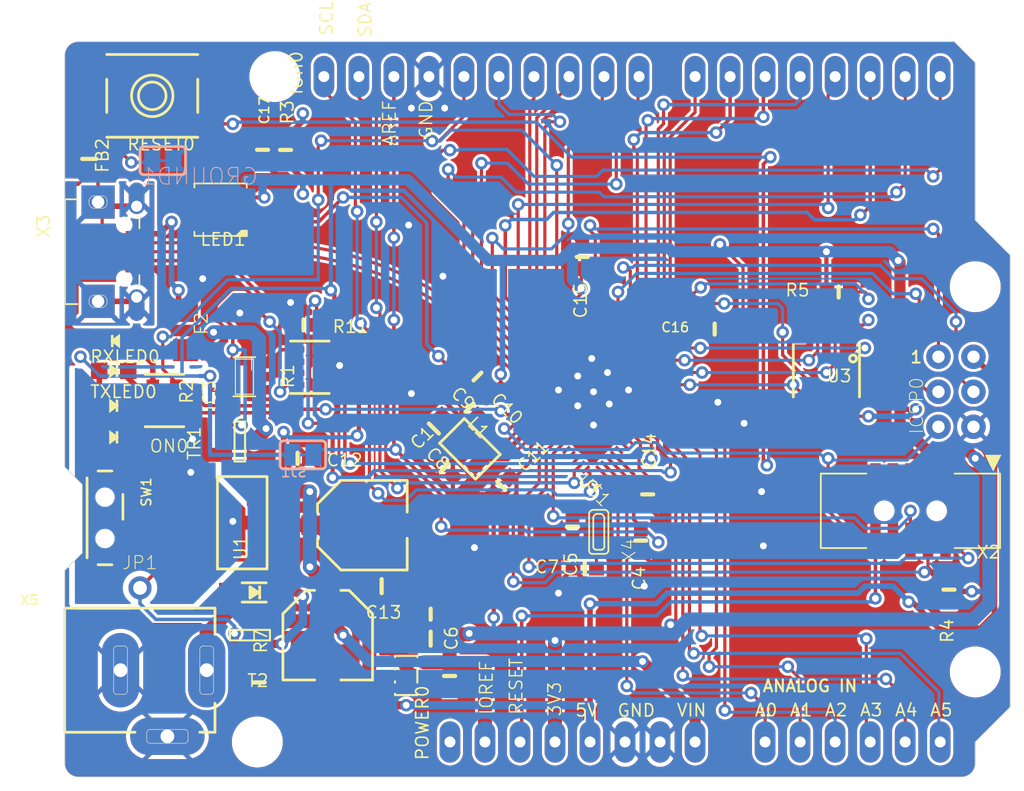
<source format=kicad_pcb>
(kicad_pcb (version 20221018) (generator pcbnew)
  (layers (0 "F.Cu" signal) (31 "B.Cu" signal) (34 "B.Paste" user) (35 "F.Paste" user) (36 "B.SilkS" user "B.Silkscreen") (37 "F.SilkS" user "F.Silkscreen") (38 "B.Mask" user) (39 "F.Mask" user) (44 "Edge.Cuts" user))
  (net 0 "")
  (net 1 "+5V")
  (net 2 "GND")
  (net 3 "AREF")
  (net 4 "VIN")
  (net 5 "SCK")
  (net 6 "PWRIN")
  (net 7 "D-")
  (net 8 "D+")
  (net 9 "MISO")
  (net 10 "MOSI")
  (net 11 "USBVCC")
  (net 12 "USHIELD")
  (net 13 "N$1")
  (net 14 "3.3V")
  (net 15 "PWR_SWITCH")
  (net 16 "VBUS")
  (net 17 "N$5")
  (net 18 "TXLED")
  (net 19 "N$7")
  (net 20 "N$3")
  (net 21 "N$2")
  (net 22 "N$15")
  (net 23 "D13")
  (net 24 "A5")
  (net 25 "A4")
  (net 26 "A3")
  (net 27 "A2")
  (net 28 "A1")
  (net 29 "D11")
  (net 30 "D12")
  (net 31 "A0")
  (net 32 "SCL")
  (net 33 "SDA")
  (net 34 "D9")
  (net 35 "D8")
  (net 36 "D7")
  (net 37 "D6")
  (net 38 "D5")
  (net 39 "D4")
  (net 40 "D1")
  (net 41 "D0")
  (net 42 "D10")
  (net 43 "~{RESET}")
  (net 44 "NEOPIX")
  (net 45 "RXLED")
  (net 46 "D3")
  (net 47 "D2")
  (net 48 "N$10")
  (net 49 "N$11")
  (net 50 "FLASH_CS")
  (net 51 "FLASH_SCK")
  (net 52 "FLASH_IO0")
  (net 53 "FLASH_IO1")
  (net 54 "VDDCORE")
  (net 55 "N$4")
  (net 56 "N$9")
  (net 57 "N$12")
  (net 58 "SWCLK")
  (net 59 "SWDIO")
  (net 60 "USB_HOSTEN")
  (net 61 "FLASH_IO3")
  (net 62 "FLASH_IO2")
  (net 63 "SWO")
  (footprint "working:INDUCTOR_1007" (layer "F.Cu") (at 143.600703 107.871997 -45)
    (fp_text reference "L1")
    (fp_text value "10uH")
  )
  (footprint "working:0603-NO" (layer "F.Cu") (at 161.3535 99.187 180)
    (fp_text reference "C16")
    (fp_text value ".1u")
  )
  (footprint "" (layer "F.Cu") (at 128.1811 129.1336)
    (fp_text reference "@HOLE3" hide)
    (fp_text value "")
  )
  (footprint "working:CHIPLED_0805_NOOUTLINE" (layer "F.Cu") (at 117.7671 107.0356 -90)
    (fp_text reference "ON0")
    (fp_text value "GREEN")
  )
  (footprint "working:SOT23-5" (layer "F.Cu") (at 127.2413 102.6414 90)
    (fp_text reference "IC3")
    (fp_text value "74LVC1G125D")
  )
  (footprint "working:SPDT_SMT_SSSS811101" (layer "F.Cu") (at 117.1321 112.8776 -90)
    (fp_text reference "SW1")
    (fp_text value "")
  )
  (footprint "working:0603-NO" (layer "F.Cu") (at 156.493068 111.173997 90)
    (fp_text reference "C14")
    (fp_text value ".1u")
  )
  (footprint "working:1X01_ROUND" (layer "F.Cu") (at 119.6721 117.9576)
    (fp_text reference "JP1")
    (fp_text value "")
  )
  (footprint "working:0805-NO" (layer "F.Cu") (at 140.7541 121.6406)
    (fp_text reference "C3" hide)
    (fp_text value "10uF")
  )
  (footprint "working:RESPACK_4X0603" (layer "F.Cu") (at 131.9911 101.9556 90)
    (fp_text reference "R1")
    (fp_text value "100K")
  )
  (footprint "working:CHIPLED_0805_NOOUTLINE" (layer "F.Cu") (at 117.7671 102.2096 -90)
    (fp_text reference "RXLED0")
    (fp_text value "YELLOW")
  )
  (footprint "working:FIDUCIAL_1MM" (layer "F.Cu") (at 125.1331 82.3976)
    (fp_text reference "FD1" hide)
    (fp_text value "FIDUCIAL_1MM" hide)
  )
  (footprint "working:EVQ-Q2" (layer "F.Cu") (at 120.5611 82.2706 180)
    (fp_text reference "RESET0")
    (fp_text value "EVQQ 6mm")
  )
  (footprint "working:0603-NO" (layer "F.Cu") (at 131.1021 108.5596)
    (fp_text reference "C12")
    (fp_text value "0.1uF")
  )
  (footprint "working:0603-NO" (layer "F.Cu") (at 151.9301 116.5606 180)
    (fp_text reference "C7")
    (fp_text value "22pF")
  )
  (footprint "working:FIDUCIAL_1MM" (layer "F.Cu") (at 137.1181 128.3906)
    (fp_text reference "FD3" hide)
    (fp_text value "FIDUCIAL_1MM" hide)
  )
  (footprint "working:SOT-23" (layer "F.Cu") (at 126.9111 107.3658 90)
    (fp_text reference "TR1")
    (fp_text value "DMP3098L-7")
  )
  (footprint "" (layer "F.Cu") (at 180.2511 96.1136)
    (fp_text reference "@HOLE0" hide)
    (fp_text value "")
  )
  (footprint "working:0603-NO" (layer "F.Cu") (at 141.763718 109.262613 135)
    (fp_text reference "C8")
    (fp_text value ".1u")
  )
  (footprint "working:0603-NO" (layer "F.Cu") (at 140.7541 119.8626 180)
    (fp_text reference "C13")
    (fp_text value "0.1uF")
  )
  (footprint "working:2X03_ROUND_70MIL" (layer "F.Cu") (at 178.8541 103.7336 -90)
    (fp_text reference "ICSP0")
    (fp_text value "3x2 M")
  )
  (footprint "working:0603-NO" (layer "F.Cu") (at 142.126665 124.3448 90)
    (fp_text reference "C6")
    (fp_text value ".1u")
  )
  (footprint "working:0603-NO" (layer "F.Cu") (at 131.5339 98.8822)
    (fp_text reference "R11")
    (fp_text value "330R")
  )
  (footprint "working:SOD-123" (layer "F.Cu") (at 127.9525 118.2878 180)
    (fp_text reference "D1" hide)
    (fp_text value "MBR120")
  )
  (footprint "working:0603-NO" (layer "F.Cu") (at 128.5621 86.1822 90)
    (fp_text reference "C17")
    (fp_text value "0.1uF")
  )
  (footprint "working:2X05_1.27MM_BOX_POSTS" (layer "F.Cu") (at 175.5521 112.3696 180)
    (fp_text reference "X2")
    (fp_text value "2x5 0.05\" SWD")
  )
  (footprint "working:0805-NO" (layer "F.Cu") (at 115.9891 86.8426 -90)
    (fp_text reference "FB2")
    (fp_text value "FERRITE")
  )
  (footprint "working:0603-NO" (layer "F.Cu") (at 151.0411 113.5126 -90)
    (fp_text reference "C5")
    (fp_text value "22pF")
  )
  (footprint "working:1X06_OVALWAVE" (layer "F.Cu") (at 171.3611 129.1336)
    (fp_text reference "AD0" hide)
    (fp_text value "20609" hide)
  )
  (footprint "working:LED3535" (layer "F.Cu") (at 125.5141 90.5256 180)
    (fp_text reference "LED1")
    (fp_text value "WS2812B3535")
  )
  (footprint "working:0603-NO" (layer "F.Cu") (at 145.871296 110.554404 45)
    (fp_text reference "C11")
    (fp_text value ".1u")
  )
  (footprint "working:SOT23-DBV" (layer "F.Cu") (at 138.9761 124.3076 -90)
    (fp_text reference "U2" hide)
    (fp_text value "AP2112K-3.3")
  )
  (footprint "working:4UCONN_20329_V2" (layer "F.Cu") (at 118.5291 93.5736 -90)
    (fp_text reference "X3")
    (fp_text value "20329")
    (fp_line (start -4.05 2.15) (end -4.05 1.6) (stroke (width 0.05)) (layer "Edge.Cuts"))
    (fp_line (start -3.7 1.25) (end -3.5 1.25) (stroke (width 0.05)) (layer "Edge.Cuts"))
    (fp_line (start -3.5 2.55) (end -3.7 2.55) (stroke (width 0.05)) (layer "Edge.Cuts"))
    (fp_line (start -3.15 1.6) (end -3.15 2.15) (stroke (width 0.05)) (layer "Edge.Cuts"))
    (fp_line (start 3.15 2.2) (end 3.15 1.6) (stroke (width 0.05)) (layer "Edge.Cuts"))
    (fp_line (start 4.05 1.6) (end 4.05 2.2) (stroke (width 0.05)) (layer "Edge.Cuts"))
    (fp_arc (start -4.05 1.6) (mid -3.947487 1.352513) (end -3.7 1.25) (stroke (width 0.05)) (layer "Edge.Cuts"))
    (fp_arc (start -3.7 2.55) (mid -3.957843 2.422487) (end -4.05 2.15) (stroke (width 0.05)) (layer "Edge.Cuts"))
    (fp_arc (start -3.5 1.25) (mid -3.252513 1.352513) (end -3.15 1.6) (stroke (width 0.05)) (layer "Edge.Cuts"))
    (fp_arc (start -3.15 2.15) (mid -3.242157 2.422487) (end -3.5 2.55) (stroke (width 0.05)) (layer "Edge.Cuts"))
    (fp_arc (start 3.15 1.6) (mid 3.302513 1.331802) (end 3.6 1.25) (stroke (width 0.05)) (layer "Edge.Cuts"))
    (fp_arc (start 3.6 1.25) (mid 3.897487 1.331802) (end 4.05 1.6) (stroke (width 0.05)) (layer "Edge.Cuts"))
    (fp_arc (start 3.6 2.55) (mid 3.302513 2.468198) (end 3.15 2.2) (stroke (width 0.05)) (layer "Edge.Cuts"))
    (fp_arc (start 4.05 2.2) (mid 3.897487 2.468198) (end 3.6 2.55) (stroke (width 0.05)) (layer "Edge.Cuts"))
  )
  (footprint "working:PANASONIC_D" (layer "F.Cu") (at 135.8011 113.411 180)
    (fp_text reference "PC2" hide)
    (fp_text value "47uF+/6.3V+")
  )
  (footprint "working:XTAL3215" (layer "F.Cu") (at 152.9461 113.8936 90)
    (fp_text reference "X4")
    (fp_text value "32.768")
  )
  (footprint "working:R1206" (layer "F.Cu") (at 122.9741 99.2886 -90)
    (fp_text reference "F2")
    (fp_text value "500mA")
  )
  (footprint "working:METROM4_REVF_TOP" (layer "F.Cu") (at 114.2111 131.6736)
    (fp_text reference "U$23" hide)
    (fp_text value "" hide)
  )
  (footprint "working:0805-NO" (layer "F.Cu") (at 140.986309 106.4006 -135)
    (fp_text reference "C1")
    (fp_text value "10uF")
  )
  (footprint "working:1X10_OVALWAVE" (layer "F.Cu") (at 144.4371 80.8736)
    (fp_text reference "IOH0")
    (fp_text value "20611" hide)
  )
  (footprint "working:PANASONIC_D" (layer "F.Cu") (at 133.2865 121.3866 90)
    (fp_text reference "PC1" hide)
    (fp_text value "47uF/25V")
  )
  (footprint "" (layer "F.Cu") (at 129.4511 80.8736)
    (fp_text reference "@HOLE2" hide)
    (fp_text value "")
  )
  (footprint "working:0603-NO" (layer "F.Cu") (at 130.228503 86.192194 90)
    (fp_text reference "R3")
    (fp_text value "10K")
  )
  (footprint "working:SOIC8_208MIL" (layer "F.Cu") (at 169.4561 102.2096 180)
    (fp_text reference "U3")
    (fp_text value "SPI Flash")
  )
  (footprint "working:DCJACK_2MM_PTH" (layer "F.Cu") (at 110.9091 123.9266)
    (fp_text reference "X5")
    (fp_text value "2.1mm")
    (fp_line (start 6.85 1.5) (end 6.85 -1.5) (stroke (width 0.05)) (layer "Edge.Cuts"))
    (fp_line (start 7.1 -1.75) (end 7.6 -1.75) (stroke (width 0.05)) (layer "Edge.Cuts"))
    (fp_line (start 7.6 1.75) (end 7.1 1.75) (stroke (width 0.05)) (layer "Edge.Cuts"))
    (fp_line (start 7.85 -1.5) (end 7.85 1.5) (stroke (width 0.05)) (layer "Edge.Cuts"))
    (fp_line (start 9.25 5.05) (end 9.25 4.55) (stroke (width 0.05)) (layer "Edge.Cuts"))
    (fp_line (start 9.5 4.3) (end 12 4.3) (stroke (width 0.05)) (layer "Edge.Cuts"))
    (fp_line (start 12 5.3) (end 9.5 5.3) (stroke (width 0.05)) (layer "Edge.Cuts"))
    (fp_line (start 12.25 4.55) (end 12.25 5.05) (stroke (width 0.05)) (layer "Edge.Cuts"))
    (fp_line (start 13.1 1.5) (end 13.1 -1.5) (stroke (width 0.05)) (layer "Edge.Cuts"))
    (fp_line (start 13.35 -1.75) (end 13.85 -1.75) (stroke (width 0.05)) (layer "Edge.Cuts"))
    (fp_line (start 13.85 1.75) (end 13.35 1.75) (stroke (width 0.05)) (layer "Edge.Cuts"))
    (fp_line (start 14.1 -1.5) (end 14.1 1.5) (stroke (width 0.05)) (layer "Edge.Cuts"))
    (fp_arc (start 6.85 -1.5) (mid 6.923223 -1.676777) (end 7.1 -1.75) (stroke (width 0.05)) (layer "Edge.Cuts"))
    (fp_arc (start 7.1 1.75) (mid 6.923223 1.676777) (end 6.85 1.5) (stroke (width 0.05)) (layer "Edge.Cuts"))
    (fp_arc (start 7.6 -1.75) (mid 7.776777 -1.676777) (end 7.85 -1.5) (stroke (width 0.05)) (layer "Edge.Cuts"))
    (fp_arc (start 7.85 1.5) (mid 7.776777 1.676777) (end 7.6 1.75) (stroke (width 0.05)) (layer "Edge.Cuts"))
    (fp_arc (start 9.25 4.55) (mid 9.323223 4.373223) (end 9.5 4.3) (stroke (width 0.05)) (layer "Edge.Cuts"))
    (fp_arc (start 9.5 5.3) (mid 9.323223 5.226777) (end 9.25 5.05) (stroke (width 0.05)) (layer "Edge.Cuts"))
    (fp_arc (start 12 4.3) (mid 12.176777 4.373223) (end 12.25 4.55) (stroke (width 0.05)) (layer "Edge.Cuts"))
    (fp_arc (start 12.25 5.05) (mid 12.176777 5.226777) (end 12 5.3) (stroke (width 0.05)) (layer "Edge.Cuts"))
    (fp_arc (start 13.1 -1.5) (mid 13.173223 -1.676777) (end 13.35 -1.75) (stroke (width 0.05)) (layer "Edge.Cuts"))
    (fp_arc (start 13.35 1.75) (mid 13.173223 1.676777) (end 13.1 1.5) (stroke (width 0.05)) (layer "Edge.Cuts"))
    (fp_arc (start 13.85 -1.75) (mid 14.026777 -1.676777) (end 14.1 -1.5) (stroke (width 0.05)) (layer "Edge.Cuts"))
    (fp_arc (start 14.1 1.5) (mid 14.026777 1.676777) (end 13.85 1.75) (stroke (width 0.05)) (layer "Edge.Cuts"))
  )
  (footprint "working:0603-NO" (layer "F.Cu") (at 143.585296 104.89201 135)
    (fp_text reference "C9")
    (fp_text value "1uF")
  )
  (footprint "working:PQFN64-1" (layer "F.Cu") (at 152.512496 103.575788 135)
    (fp_text reference "U$1")
    (fp_text value "ATSAMD51J")
  )
  (footprint "working:SOT223-R" (layer "F.Cu") (at 127.0889 113.2332 90)
    (fp_text reference "U1")
    (fp_text value "NCP1117ST50T3G")
  )
  (footprint "working:0603-NO" (layer "F.Cu") (at 151.750493 93.9546 -90)
    (fp_text reference "C15")
    (fp_text value ".1u")
  )
  (footprint "working:RESPACK_4X0603" (layer "F.Cu") (at 121.4501 104.3686 -90)
    (fp_text reference "R2")
    (fp_text value "1K")
  )
  (footprint "working:0805-NO" (layer "F.Cu") (at 137.1981 117.8306 180)
    (fp_text reference "C2" hide)
    (fp_text value "0.1uF")
  )
  (footprint "working:1X08_OVALWAVE" (layer "F.Cu") (at 168.8211 80.8736)
    (fp_text reference "IOL0" hide)
    (fp_text value "20610" hide)
  )
  (footprint "working:SOT-23" (layer "F.Cu") (at 127.6731 121.3866 180)
    (fp_text reference "T2")
    (fp_text value "DMP3098L-7")
  )
  (footprint "working:0603-NO" (layer "F.Cu") (at 155.9941 114.5286 -90)
    (fp_text reference "C4")
    (fp_text value ".1u")
  )
  (footprint "working:0603-NO" (layer "F.Cu") (at 170.3451 96.4946 180)
    (fp_text reference "R5")
    (fp_text value "10K")
  )
  (footprint "working:1X08_OVALWAVE" (layer "F.Cu") (at 151.0411 129.1336)
    (fp_text reference "POWER0")
    (fp_text value "20610" hide)
  )
  (footprint "working:0603-NO" (layer "F.Cu") (at 178.3461 118.0846 -90)
    (fp_text reference "R4")
    (fp_text value "1K")
  )
  (footprint "working:FIDUCIAL_1MM" (layer "F.Cu") (at 180.3701 127.1246)
    (fp_text reference "FD2" hide)
    (fp_text value "FIDUCIAL_1MM" hide)
  )
  (footprint "" (layer "F.Cu") (at 180.2511 124.0536)
    (fp_text reference "@HOLE1" hide)
    (fp_text value "")
  )
  (footprint "working:0603-NO" (layer "F.Cu") (at 144.149512 102.627794 -45)
    (fp_text reference "C10")
    (fp_text value ".1u")
  )
  (footprint "working:0603-NO" (layer "F.Cu") (at 128.3081 124.8156 90)
    (fp_text reference "R7")
    (fp_text value "10K")
  )
  (footprint "working:CHIPLED_0805_NOOUTLINE" (layer "F.Cu") (at 117.8941 100.0506 90)
    (fp_text reference "L0" hide)
    (fp_text value "RED")
  )
  (footprint "working:CHIPLED_0805_NOOUTLINE" (layer "F.Cu") (at 117.7671 104.7496 -90)
    (fp_text reference "TXLED0")
    (fp_text value "YELLOW")
  )
  (footprint "working:METROM4_REVF_BOT" (layer "B.Cu") (at 182.7911 131.6736 180)
    (fp_text reference "U$27" hide)
    (fp_text value "" hide)
  )
  (footprint "working:SOLDERJUMPER_CLOSEDWIRE" (layer "B.Cu") (at 121.3231 86.9696)
    (fp_text reference "GROUND1")
    (fp_text value "")
  )
  (footprint "working:SOLDERJUMPER_CLOSEDWIRE" (layer "B.Cu") (at 131.4831 108.3056)
    (fp_text reference "SJ1")
    (fp_text value "AREF_3V")
  )
  (gr_arc (start 180.2511 130.6736) (mid 179.958207 131.380707) (end 179.2511 131.6736) (stroke (width 0.05)) (layer "Edge.Cuts"))
  (gr_line (start 114.2111 116.6876) (end 115.4811 115.4176) (stroke (width 0.05)) (layer "Edge.Cuts"))
  (gr_line (start 180.2511 79.8576) (end 180.2511 91.2876) (stroke (width 0.05)) (layer "Edge.Cuts"))
  (gr_line (start 182.7911 93.8276) (end 182.7911 126.5936) (stroke (width 0.05)) (layer "Edge.Cuts"))
  (gr_line (start 115.4811 115.4176) (end 115.4811 110.4646) (stroke (width 0.05)) (layer "Edge.Cuts"))
  (gr_line (start 115.4811 110.4646) (end 114.2111 109.1946) (stroke (width 0.05)) (layer "Edge.Cuts"))
  (gr_arc (start 114.2111 79.3336) (mid 114.503993 78.626493) (end 115.2111 78.3336) (stroke (width 0.05)) (layer "Edge.Cuts"))
  (gr_line (start 178.7271 78.3336) (end 180.2511 79.8576) (stroke (width 0.05)) (layer "Edge.Cuts"))
  (gr_line (start 179.2511 131.6736) (end 115.2111 131.6736) (stroke (width 0.05)) (layer "Edge.Cuts"))
  (gr_line (start 180.2511 91.2876) (end 182.7911 93.8276) (stroke (width 0.05)) (layer "Edge.Cuts"))
  (gr_line (start 180.2511 129.1336) (end 180.2511 130.6736) (stroke (width 0.05)) (layer "Edge.Cuts"))
  (gr_line (start 114.2111 130.6736) (end 114.2111 116.6876) (stroke (width 0.05)) (layer "Edge.Cuts"))
  (gr_line (start 115.2111 78.3336) (end 178.7271 78.3336) (stroke (width 0.05)) (layer "Edge.Cuts"))
  (gr_arc (start 115.2111 131.6736) (mid 114.503993 131.380707) (end 114.2111 130.6736) (stroke (width 0.05)) (layer "Edge.Cuts"))
  (gr_line (start 114.2111 109.1946) (end 114.2111 79.3336) (stroke (width 0.05)) (layer "Edge.Cuts"))
  (gr_line (start 182.7911 126.5936) (end 180.2511 129.1336) (stroke (width 0.05)) (layer "Edge.Cuts"))
  (gr_text "A5" (at 176.8997 127.3434) (layer "F.SilkS") (effects (font (size 0.89408 0.89408) (thickness 0.12192)) (justify left bottom)))
  (gr_text "VIN" (at 158.5341 127.3556) (layer "F.SilkS") (effects (font (size 0.89408 0.89408) (thickness 0.12192)) (justify left bottom)))
  (gr_text "3V3" (at 150.2791 127.3556 90) (layer "F.SilkS") (effects (font (size 0.9144 0.9144) (thickness 0.1016)) (justify left bottom)))
  (gr_text "A2" (at 169.2797 127.3434) (layer "F.SilkS") (effects (font (size 0.89408 0.89408) (thickness 0.12192)) (justify left bottom)))
  (gr_text "GND" (at 154.2245 127.3688) (layer "F.SilkS") (effects (font (size 0.89408 0.89408) (thickness 0.12192)) (justify left bottom)))
  (gr_text "A3" (at 171.8197 127.3434) (layer "F.SilkS") (effects (font (size 0.89408 0.89408) (thickness 0.12192)) (justify left bottom)))
  (gr_text "A1" (at 166.7397 127.3434) (layer "F.SilkS") (effects (font (size 0.89408 0.89408) (thickness 0.12192)) (justify left bottom)))
  (gr_text "A4" (at 174.3597 127.3434) (layer "F.SilkS") (effects (font (size 0.89408 0.89408) (thickness 0.12192)) (justify left bottom)))
  (gr_text "GND" (at 139.8841 82.5368 90) (layer "F.SilkS") (effects (font (size 0.9144 0.9144) (thickness 0.1016)) (justify right top)))
  (gr_text "A0" (at 164.1997 127.3434) (layer "F.SilkS") (effects (font (size 0.89408 0.89408) (thickness 0.12192)) (justify left bottom)))
  (gr_text "5V" (at 151.1681 127.3556) (layer "F.SilkS") (effects (font (size 0.89408 0.89408) (thickness 0.12192)) (justify left bottom)))
  (gr_text "RESET" (at 147.4851 127.2286 90) (layer "F.SilkS") (effects (font (size 0.9144 0.9144) (thickness 0.1016)) (justify left bottom)))
  (gr_text "1" (at 175.4575 101.7292) (layer "F.SilkS") (effects (font (size 0.8636 0.8636) (thickness 0.1524)) (justify left bottom)))
  (gr_text "ANALOG IN" (at 164.7571 125.5776) (layer "F.SilkS") (effects (font (size 0.8636 0.8636) (thickness 0.1524)) (justify left bottom)))
  (gr_text "SCL" (at 133.7393 77.9658 90) (layer "F.SilkS") (effects (font (size 0.9144 0.9144) (thickness 0.1016)) (justify left bottom)))
  (gr_text "AREF" (at 137.2279 82.5114 90) (layer "F.SilkS") (effects (font (size 0.9144 0.9144) (thickness 0.1016)) (justify right top)))
  (gr_text "IOREF" (at 145.3261 127.2286 90) (layer "F.SilkS") (effects (font (size 0.9144 0.9144) (thickness 0.1016)) (justify left bottom)))
  (gr_text "SDA" (at 136.5333 78.0928 90) (layer "F.SilkS") (effects (font (size 0.9144 0.9144) (thickness 0.1016)) (justify left bottom)))
  (segment (start 136.2481 117.8306) (end 136.3091 117.8916) (width 1.016) (layer "F.Cu") (net 1))
  (segment (start 180.6321 120.8786) (end 177.5841 120.8786) (width 0.4064) (layer "F.Cu") (net 1))
  (segment (start 136.2481 117.033) (end 132.6261 113.411) (width 1.016) (layer "F.Cu") (net 1))
  (segment (start 137.6761 125.2576) (end 136.6241 125.2576) (width 0.6096) (layer "F.Cu") (net 1))
  (segment (start 136.6241 125.2576) (end 136.3091 124.9426) (width 0.6096) (layer "F.Cu") (net 1))
  (segment (start 136.3091 124.9426) (end 136.3091 123.6726) (width 0.6096) (layer "F.Cu") (net 1))
  (segment (start 133.1471 113.411) (end 132.6261 113.411) (width 1.016) (layer "F.Cu") (net 1))
  (segment (start 125.8951 108.3056) (end 123.8885 108.3056) (width 1.016) (layer "F.Cu") (net 1))
  (segment (start 137.6761 125.2576) (end 137.6761 126.4666) (width 0.6096) (layer "F.Cu") (net 1))
  (segment (start 177.5841 120.8786) (end 175.6791 118.9736) (width 0.4064) (layer "F.Cu") (net 1))
  (segment (start 136.6241 123.3576) (end 137.6761 123.3576) (width 0.6096) (layer "F.Cu") (net 1))
  (segment (start 129.7559 113.411) (end 129.5781 113.2332) (width 1.016) (layer "F.Cu") (net 1))
  (segment (start 129.5781 113.2332) (end 124.0389 113.2332) (width 1.016) (layer "F.Cu") (net 1))
  (segment (start 175.6791 118.9736) (end 175.4251 118.9736) (width 0.4064) (layer "F.Cu") (net 1))
  (segment (start 137.6761 126.4666) (end 138.9761 126.4666) (width 0.6096) (layer "F.Cu") (net 1))
  (segment (start 130.1389 113.2332) (end 129.5781 113.2332) (width 1.016) (layer "F.Cu") (net 1))
  (segment (start 136.2481 117.8306) (end 136.2481 117.033) (width 1.016) (layer "F.Cu") (net 1))
  (segment (start 180.1241 101.1936) (end 181.6481 102.7176) (width 0.4064) (layer "F.Cu") (net 1))
  (segment (start 181.6481 102.7176) (end 181.6481 119.8626) (width 0.4064) (layer "F.Cu") (net 1))
  (segment (start 152.3111 119.1006) (end 152.3111 129.1336) (width 0.4064) (layer "F.Cu") (net 1))
  (segment (start 136.3091 117.8916) (end 136.3091 123.6726) (width 1.016) (layer "F.Cu") (net 1))
  (segment (start 136.3091 123.6726) (end 136.6241 123.3576) (width 0.6096) (layer "F.Cu") (net 1))
  (segment (start 132.6261 113.411) (end 129.7559 113.411) (width 1.016) (layer "F.Cu") (net 1))
  (segment (start 181.6481 119.8626) (end 180.6321 120.8786) (width 0.4064) (layer "F.Cu") (net 1))
  (via (at 175.4251 118.9736) (size 0.9064) (drill 0.5) (layers "F.Cu" "B.Cu") (net 1))
  (via (at 123.4821 107.1626) (size 0.9064) (drill 0.5) (layers "F.Cu" "B.Cu") (net 1))
  (via (at 152.3111 119.1006) (size 0.9064) (drill 0.5) (layers "F.Cu" "B.Cu") (net 1))
  (via (at 126.4031 113.1316) (size 0.9064) (drill 0.5) (layers "F.Cu" "B.Cu") (net 1))
  (via (at 138.9761 126.4666) (size 0.9064) (drill 0.5) (layers "F.Cu" "B.Cu") (net 1))
  (via (at 123.3551 109.5756) (size 0.9064) (drill 0.5) (layers "F.Cu" "B.Cu") (net 1))
  (segment (start 171.7421 118.3386) (end 157.8991 118.3386) (width 0.4064) (layer "B.Cu") (net 1))
  (segment (start 157.8991 118.3386) (end 157.1371 119.1006) (width 0.4064) (layer "B.Cu") (net 1))
  (segment (start 157.1371 119.1006) (end 152.3111 119.1006) (width 0.4064) (layer "B.Cu") (net 1))
  (segment (start 174.2821 117.8306) (end 172.2501 117.8306) (width 0.4064) (layer "B.Cu") (net 1))
  (segment (start 152.3111 126.4666) (end 152.3111 129.1336) (width 0.6096) (layer "B.Cu") (net 1))
  (segment (start 172.2501 117.8306) (end 171.7421 118.3386) (width 0.4064) (layer "B.Cu") (net 1))
  (segment (start 138.9761 126.4666) (end 152.3111 126.4666) (width 0.6096) (layer "B.Cu") (net 1))
  (segment (start 175.4251 118.9736) (end 174.2821 117.8306) (width 0.4064) (layer "B.Cu") (net 1))
  (segment (start 119.2995 94.869) (end 119.3041 94.8736) (width 0.254) (layer "F.Cu") (net 2))
  (segment (start 122.0851 115.2906) (end 122.7201 115.9256) (width 0.254) (layer "F.Cu") (net 2))
  (segment (start 121.2977 94.8736) (end 121.2977 94.9198) (width 0.4064) (layer "F.Cu") (net 2))
  (segment (start 120.032253 110.6276) (end 120.5251 110.6276) (width 0.4064) (layer "F.Cu") (net 2))
  (segment (start 118.8821 110.6276) (end 120.032253 110.6276) (width 0.4064) (layer "F.Cu") (net 2))
  (segment (start 122.0851 111.7346) (end 122.0851 115.2906) (width 0.254) (layer "F.Cu") (net 2))
  (segment (start 118.6815 94.869) (end 119.2995 94.869) (width 0.254) (layer "F.Cu") (net 2))
  (segment (start 114.6175 95.8088) (end 115.0239 95.4024) (width 0.254) (layer "F.Cu") (net 2))
  (segment (start 122.3001 108.8526) (end 122.3001 105.6686) (width 0.4064) (layer "F.Cu") (net 2))
  (segment (start 116.8441 100.0506) (end 115.3795 100.0506) (width 0.254) (layer "F.Cu") (net 2))
  (segment (start 118.5799 94.7674) (end 118.6815 94.869) (width 0.254) (layer "F.Cu") (net 2))
  (segment (start 158.0261 112.023997) (end 158.0261 114.6556) (width 0.2286) (layer "F.Cu") (net 2))
  (segment (start 120.9781 110.6276) (end 122.0851 111.7346) (width 0.254) (layer "F.Cu") (net 2))
  (segment (start 122.7201 115.9256) (end 128.1811 115.9256) (width 0.254) (layer "F.Cu") (net 2))
  (segment (start 119.3041 94.8736) (end 121.2977 94.8736) (width 0.4064) (layer "F.Cu") (net 2))
  (segment (start 118.1481 94.7674) (end 118.5799 94.7674) (width 0.254) (layer "F.Cu") (net 2))
  (segment (start 114.6175 99.2886) (end 114.6175 95.8088) (width 0.254) (layer "F.Cu") (net 2))
  (segment (start 120.5251 110.6276) (end 122.3001 108.8526) (width 0.4064) (layer "F.Cu") (net 2))
  (segment (start 115.0239 95.4024) (end 117.5131 95.4024) (width 0.254) (layer "F.Cu") (net 2))
  (segment (start 115.3795 100.0506) (end 114.6175 99.2886) (width 0.254) (layer "F.Cu") (net 2))
  (segment (start 117.5131 95.4024) (end 118.1481 94.7674) (width 0.254) (layer "F.Cu") (net 2))
  (segment (start 120.032253 110.6276) (end 120.9781 110.6276) (width 0.254) (layer "F.Cu") (net 2))
  (segment (start 128.1811 115.9256) (end 128.3081 115.7986) (width 0.254) (layer "F.Cu") (net 2))
  (segment (start 156.493068 112.023997) (end 158.0261 112.023997) (width 0.2286) (layer "F.Cu") (net 2))
  (via (at 139.3571 103.8606) (size 0.9064) (drill 0.5) (layers "F.Cu" "B.Cu") (net 2))
  (via (at 155.1051 103.6066) (size 0.9064) (drill 0.5) (layers "F.Cu" "B.Cu") (net 2))
  (via (at 139.3571 83.1596) (size 0.9064) (drill 0.5) (layers "F.Cu" "B.Cu") (net 2))
  (via (at 152.5651 106.1466) (size 0.9064) (drill 0.5) (layers "F.Cu" "B.Cu") (net 2))
  (via (at 134.1501 101.8286) (size 0.9064) (drill 0.5) (layers "F.Cu" "B.Cu") (net 2))
  (via (at 156.2481 117.8306) (size 0.9064) (drill 0.5) (layers "F.Cu" "B.Cu") (net 2))
  (via (at 150.0251 103.6066) (size 0.9064) (drill 0.5) (layers "F.Cu" "B.Cu") (net 2))
  (via (at 152.4381 101.3206) (size 0.9064) (drill 0.5) (layers "F.Cu" "B.Cu") (net 2))
  (via (at 139.1539 91.6432) (size 0.9064) (drill 0.5) (layers "F.Cu" "B.Cu") (net 2))
  (via (at 143.9291 115.0366) (size 0.9064) (drill 0.5) (layers "F.Cu" "B.Cu") (net 2))
  (via (at 141.7701 83.1596) (size 0.9064) (drill 0.5) (layers "F.Cu" "B.Cu") (net 2))
  (via (at 124.2187 95.5294) (size 0.9064) (drill 0.5) (layers "F.Cu" "B.Cu") (net 2))
  (via (at 151.4221 102.5906) (size 0.9064) (drill 0.5) (layers "F.Cu" "B.Cu") (net 2))
  (via (at 161.5821 104.4956) (size 0.9064) (drill 0.5) (layers "F.Cu" "B.Cu") (net 2))
  (via (at 126.9111 98.0186) (size 0.9064) (drill 0.5) (layers "F.Cu" "B.Cu") (net 2))
  (via (at 164.7571 110.9726) (size 0.9064) (drill 0.5) (layers "F.Cu" "B.Cu") (net 2))
  (via (at 153.5811 102.3366) (size 0.9064) (drill 0.5) (layers "F.Cu" "B.Cu") (net 2))
  (via (at 141.6431 95.3516) (size 0.9064) (drill 0.5) (layers "F.Cu" "B.Cu") (net 2))
  (via (at 152.5651 103.7336) (size 0.9064) (drill 0.5) (layers "F.Cu" "B.Cu") (net 2))
  (via (at 163.4871 106.0196) (size 0.9064) (drill 0.5) (layers "F.Cu" "B.Cu") (net 2))
  (via (at 164.8841 114.9096) (size 0.9064) (drill 0.5) (layers "F.Cu" "B.Cu") (net 2))
  (via (at 130.5941 97.2566) (size 0.9064) (drill 0.5) (layers "F.Cu" "B.Cu") (net 2))
  (via (at 153.7081 104.6226) (size 0.9064) (drill 0.5) (layers "F.Cu" "B.Cu") (net 2))
  (via (at 151.4221 104.7496) (size 0.9064) (drill 0.5) (layers "F.Cu" "B.Cu") (net 2))
  (via (at 150.0251 118.3386) (size 0.9064) (drill 0.5) (layers "F.Cu" "B.Cu") (net 2))
  (segment (start 138.2141 107.9246) (end 141.5161 111.2266) (width 0.254) (layer "F.Cu") (net 3))
  (segment (start 155.4861 109.731372) (end 155.4861 113.0046) (width 0.254) (layer "F.Cu") (net 3))
  (segment (start 138.0871 92.5576) (end 138.0871 80.8736) (width 0.254) (layer "F.Cu") (net 3))
  (segment (start 155.4861 113.0046) (end 155.9941 113.5126) (width 0.254) (layer "F.Cu") (net 3))
  (segment (start 156.2871 113.6786) (end 157.2641 114.6556) (width 0.2286) (layer "F.Cu") (net 3))
  (segment (start 155.9941 113.5126) (end 155.9941 113.6786) (width 0.254) (layer "F.Cu") (net 3))
  (segment (start 138.0871 107.7976) (end 138.0871 98.5266) (width 0.254) (layer "F.Cu") (net 3))
  (segment (start 141.5161 111.2266) (end 141.5161 113.5126) (width 0.254) (layer "F.Cu") (net 3))
  (segment (start 154.068131 108.313404) (end 155.4861 109.731372) (width 0.254) (layer "F.Cu") (net 3))
  (segment (start 138.2141 107.9246) (end 138.0871 107.7976) (width 0.254) (layer "F.Cu") (net 3))
  (segment (start 155.9941 113.6786) (end 156.2871 113.6786) (width 0.2286) (layer "F.Cu") (net 3))
  (via (at 157.2641 114.6556) (size 0.9064) (drill 0.5) (layers "F.Cu" "B.Cu") (net 3))
  (via (at 138.0871 98.5266) (size 0.9064) (drill 0.5) (layers "F.Cu" "B.Cu") (net 3))
  (via (at 138.2141 107.9246) (size 0.9064) (drill 0.5) (layers "F.Cu" "B.Cu") (net 3))
  (via (at 141.5161 113.5126) (size 0.9064) (drill 0.5) (layers "F.Cu" "B.Cu") (net 3))
  (via (at 138.0871 92.5576) (size 0.9064) (drill 0.5) (layers "F.Cu" "B.Cu") (net 3))
  (segment (start 141.5161 113.5126) (end 141.7701 113.7666) (width 0.254) (layer "B.Cu") (net 3))
  (segment (start 138.0871 98.5266) (end 138.0871 92.5576) (width 0.254) (layer "B.Cu") (net 3))
  (segment (start 156.5021 113.8936) (end 157.2641 114.6556) (width 0.2286) (layer "B.Cu") (net 3))
  (segment (start 132.6261 107.9246) (end 132.2451 108.3056) (width 0.254) (layer "B.Cu") (net 3))
  (segment (start 147.7391 113.8936) (end 156.5021 113.8936) (width 0.2286) (layer "B.Cu") (net 3))
  (segment (start 147.6121 113.7666) (end 147.7391 113.8936) (width 0.254) (layer "B.Cu") (net 3))
  (segment (start 141.7701 113.7666) (end 147.6121 113.7666) (width 0.254) (layer "B.Cu") (net 3))
  (segment (start 132.6261 107.9246) (end 138.2141 107.9246) (width 0.254) (layer "B.Cu") (net 3))
  (segment (start 131.9911 110.9726) (end 130.1783 110.9726) (width 1.016) (layer "F.Cu") (net 4))
  (segment (start 159.9311 129.1336) (end 159.9311 127.1016) (width 0.8128) (layer "F.Cu") (net 4))
  (segment (start 130.2521 110.82) (end 130.2521 108.5596) (width 0.8128) (layer "F.Cu") (net 4))
  (segment (start 133.0071 120.3706) (end 133.2611 120.1166) (width 1.016) (layer "F.Cu") (net 4))
  (segment (start 130.0861 108.4936) (end 130.1521 108.5596) (width 0.254) (layer "F.Cu") (net 4))
  (segment (start 127.6477 120.3706) (end 133.0071 120.3706) (width 1.016) (layer "F.Cu") (net 4))
  (segment (start 133.2865 118.7326) (end 133.2865 117.729) (width 1.016) (layer "F.Cu") (net 4))
  (segment (start 133.3881 118.8342) (end 133.2865 118.7326) (width 1.016) (layer "F.Cu") (net 4))
  (segment (start 130.1783 110.9726) (end 130.1389 110.9332) (width 1.016) (layer "F.Cu") (net 4))
  (segment (start 133.3881 119.9896) (end 133.3881 118.8342) (width 1.016) (layer "F.Cu") (net 4))
  (segment (start 135.5471 106.7816) (end 135.4201 106.9086) (width 0.3048) (layer "F.Cu") (net 4))
  (segment (start 130.1521 110.92) (end 130.1389 110.9332) (width 1.016) (layer "F.Cu") (net 4))
  (segment (start 134.4041 121.3866) (end 134.4041 121.2596) (width 0.8128) (layer "F.Cu") (net 4))
  (segment (start 130.1521 110.92) (end 130.2521 110.82) (width 0.8128) (layer "F.Cu") (net 4))
  (segment (start 133.2611 120.1166) (end 133.3881 119.9896) (width 1.016) (layer "F.Cu") (net 4))
  (segment (start 130.1521 108.5596) (end 130.2521 108.5596) (width 0.254) (layer "F.Cu") (net 4))
  (segment (start 132.8411 103.2556) (end 134.6881 103.2556) (width 0.3048) (layer "F.Cu") (net 4))
  (segment (start 130.0861 108.4936) (end 130.0861 106.6546) (width 0.4064) (layer "F.Cu") (net 4))
  (segment (start 135.5471 104.1146) (end 135.5471 106.7816) (width 0.3048) (layer "F.Cu") (net 4))
  (segment (start 134.4041 121.2596) (end 133.2611 120.1166) (width 0.8128) (layer "F.Cu") (net 4))
  (segment (start 134.6881 103.2556) (end 135.5471 104.1146) (width 0.3048) (layer "F.Cu") (net 4))
  (segment (start 159.9311 127.1016) (end 156.1211 123.2916) (width 0.8128) (layer "F.Cu") (net 4))
  (segment (start 133.2865 117.729) (end 131.9911 116.4336) (width 1.016) (layer "F.Cu") (net 4))
  (via (at 134.4041 121.3866) (size 0.9064) (drill 0.5) (layers "F.Cu" "B.Cu") (net 4))
  (via (at 135.4201 106.9086) (size 0.9064) (drill 0.5) (layers "F.Cu" "B.Cu") (net 4))
  (via (at 156.1211 123.2916) (size 0.9064) (drill 0.5) (layers "F.Cu" "B.Cu") (net 4))
  (via (at 131.9911 116.4336) (size 0.9064) (drill 0.5) (layers "F.Cu" "B.Cu") (net 4))
  (via (at 131.9911 110.9726) (size 0.9064) (drill 0.5) (layers "F.Cu" "B.Cu") (net 4))
  (via (at 130.0861 106.6546) (size 0.9064) (drill 0.5) (layers "F.Cu" "B.Cu") (net 4))
  (segment (start 136.3091 123.2916) (end 134.4041 121.3866) (width 0.8128) (layer "B.Cu") (net 4))
  (segment (start 135.4201 106.9086) (end 135.2931 107.0356) (width 0.3048) (layer "B.Cu") (net 4))
  (segment (start 131.9911 116.4336) (end 131.9911 110.9726) (width 1.016) (layer "B.Cu") (net 4))
  (segment (start 135.2931 107.0356) (end 130.4671 107.0356) (width 0.3048) (layer "B.Cu") (net 4))
  (segment (start 156.1211 123.2916) (end 136.3091 123.2916) (width 0.8128) (layer "B.Cu") (net 4))
  (segment (start 130.4671 107.0356) (end 130.0861 106.6546) (width 0.3048) (layer "B.Cu") (net 4))
  (segment (start 154.3431 97.856097) (end 154.3431 96.4946) (width 0.2286) (layer "F.Cu") (net 5))
  (segment (start 177.5841 103.7336) (end 176.8221 103.7336) (width 0.2286) (layer "F.Cu") (net 5))
  (segment (start 176.1871 103.0986) (end 176.1871 96.8756) (width 0.2286) (layer "F.Cu") (net 5))
  (segment (start 176.8221 103.7336) (end 176.1871 103.0986) (width 0.2286) (layer "F.Cu") (net 5))
  (segment (start 176.1871 96.8756) (end 175.9331 96.6216) (width 0.2286) (layer "F.Cu") (net 5))
  (segment (start 153.714578 98.484619) (end 154.3431 97.856097) (width 0.2286) (layer "F.Cu") (net 5))
  (via (at 154.3431 96.4946) (size 0.9064) (drill 0.5) (layers "F.Cu" "B.Cu") (net 5))
  (via (at 175.9331 96.6216) (size 0.9064) (drill 0.5) (layers "F.Cu" "B.Cu") (net 5))
  (segment (start 154.3431 96.4946) (end 155.6893 95.1484) (width 0.2286) (layer "B.Cu") (net 5))
  (segment (start 172.8089 95.1484) (end 174.2821 96.6216) (width 0.2286) (layer "B.Cu") (net 5))
  (segment (start 174.2821 96.6216) (end 175.9331 96.6216) (width 0.2286) (layer "B.Cu") (net 5))
  (segment (start 155.6893 95.1484) (end 172.8089 95.1484) (width 0.2286) (layer "B.Cu") (net 5))
  (segment (start 126.1491 118.3344) (end 126.1025 118.2878) (width 1.016) (layer "F.Cu") (net 6))
  (segment (start 124.5091 123.9266) (end 124.5091 121.2486) (width 1.016) (layer "F.Cu") (net 6))
  (segment (start 126.1491 119.6086) (end 126.1491 118.3344) (width 1.016) (layer "F.Cu") (net 6))
  (segment (start 124.5091 121.2486) (end 126.1491 119.6086) (width 1.016) (layer "F.Cu") (net 6))
  (segment (start 137.877462 94.85706) (end 136.948676 94.49354) (width 0.2286) (layer "F.Cu") (net 7))
  (segment (start 136.948676 94.49354) (end 136.006335 94.166764) (width 0.2286) (layer "F.Cu") (net 7))
  (segment (start 136.006335 94.166764) (end 135.05189 93.877237) (width 0.2286) (layer "F.Cu") (net 7))
  (segment (start 140.568283 96.162202) (end 139.688662 95.692034) (width 0.2286) (layer "F.Cu") (net 7))
  (segment (start 147.774881 102.020154) (end 146.117815 100.363088) (width 0.2286) (layer "F.Cu") (net 7))
  (segment (start 130.150164 93.001899) (end 128.157303 92.9236) (width 0.2286) (layer "F.Cu") (net 7))
  (segment (start 131.142753 93.099661) (end 130.150164 93.001899) (width 0.2286) (layer "F.Cu") (net 7))
  (segment (start 128.157303 92.9236) (end 119.3041 92.9236) (width 0.2286) (layer "F.Cu") (net 7))
  (segment (start 132.130738 93.236316) (end 131.142753 93.099661) (width 0.2286) (layer "F.Cu") (net 7))
  (segment (start 138.79126 95.256763) (end 137.877462 94.85706) (width 0.2286) (layer "F.Cu") (net 7))
  (segment (start 135.05189 93.877237) (end 134.086815 93.625404) (width 0.2286) (layer "F.Cu") (net 7))
  (segment (start 146.117815 100.363088) (end 146.117815 100.363088) (width 0.2286) (layer "F.Cu") (net 7))
  (segment (start 144.653283 99.009289) (end 143.882289 98.37655) (width 0.2286) (layer "F.Cu") (net 7))
  (segment (start 133.112597 93.411654) (end 132.130738 93.236316) (width 0.2286) (layer "F.Cu") (net 7))
  (segment (start 143.087048 97.774569) (end 142.268787 97.204272) (width 0.2286) (layer "F.Cu") (net 7))
  (segment (start 146.117815 100.363088) (end 145.398842 99.671809) (width 0.2286) (layer "F.Cu") (net 7))
  (segment (start 134.086815 93.625404) (end 133.112597 93.411654) (width 0.2286) (layer "F.Cu") (net 7))
  (segment (start 145.398842 99.671809) (end 144.653283 99.009289) (width 0.2286) (layer "F.Cu") (net 7))
  (segment (start 139.688662 95.692034) (end 138.79126 95.256763) (width 0.2286) (layer "F.Cu") (net 7))
  (segment (start 143.882289 98.37655) (end 143.087048 97.774569) (width 0.2286) (layer "F.Cu") (net 7))
  (segment (start 142.268787 97.204272) (end 141.428767 96.66654) (width 0.2286) (layer "F.Cu") (net 7))
  (segment (start 141.428767 96.66654) (end 140.568283 96.162202) (width 0.2286) (layer "F.Cu") (net 7))
  (segment (start 130.093054 93.6519) (end 128.100193 93.5736) (width 0.2286) (layer "F.Cu") (net 8))
  (segment (start 141.371657 97.31654) (end 140.511173 96.812202) (width 0.2286) (layer "F.Cu") (net 8))
  (segment (start 146.060706 101.013088) (end 146.060707 101.013088) (width 0.2286) (layer "F.Cu") (net 8))
  (segment (start 146.060707 101.013088) (end 145.341733 100.321809) (width 0.2286) (layer "F.Cu") (net 8))
  (segment (start 139.631553 96.342035) (end 138.734151 95.906764) (width 0.2286) (layer "F.Cu") (net 8))
  (segment (start 137.820353 95.50706) (end 136.891567 95.14354) (width 0.2286) (layer "F.Cu") (net 8))
  (segment (start 142.211678 97.854272) (end 141.371657 97.31654) (width 0.2286) (layer "F.Cu") (net 8))
  (segment (start 132.073629 93.886316) (end 131.085643 93.749661) (width 0.2286) (layer "F.Cu") (net 8))
  (segment (start 128.100193 93.5736) (end 119.3041 93.5736) (width 0.2286) (layer "F.Cu") (net 8))
  (segment (start 140.511173 96.812202) (end 139.631553 96.342035) (width 0.2286) (layer "F.Cu") (net 8))
  (segment (start 138.734151 95.906764) (end 137.820353 95.50706) (width 0.2286) (layer "F.Cu") (net 8))
  (segment (start 136.891567 95.14354) (end 135.949225 94.816765) (width 0.2286) (layer "F.Cu") (net 8))
  (segment (start 147.421325 102.373707) (end 146.060706 101.013088) (width 0.2286) (layer "F.Cu") (net 8))
  (segment (start 143.82518 99.026551) (end 143.029939 98.424569) (width 0.2286) (layer "F.Cu") (net 8))
  (segment (start 144.596175 99.659289) (end 143.82518 99.026551) (width 0.2286) (layer "F.Cu") (net 8))
  (segment (start 134.994781 94.527237) (end 134.029706 94.275404) (width 0.2286) (layer "F.Cu") (net 8))
  (segment (start 145.341733 100.321809) (end 144.596175 99.659289) (width 0.2286) (layer "F.Cu") (net 8))
  (segment (start 133.055488 94.061654) (end 132.073629 93.886316) (width 0.2286) (layer "F.Cu") (net 8))
  (segment (start 131.085643 93.749661) (end 130.093054 93.6519) (width 0.2286) (layer "F.Cu") (net 8))
  (segment (start 135.949225 94.816765) (end 134.994781 94.527237) (width 0.2286) (layer "F.Cu") (net 8))
  (segment (start 134.029706 94.275404) (end 133.055488 94.061654) (width 0.2286) (layer "F.Cu") (net 8))
  (segment (start 143.029939 98.424569) (end 142.211678 97.854272) (width 0.2286) (layer "F.Cu") (net 8))
  (segment (start 153.361025 98.131066) (end 153.6827 97.809391) (width 0.2286) (layer "F.Cu") (net 9))
  (segment (start 152.3111 92.0496) (end 152.3111 91.6686) (width 0.2286) (layer "F.Cu") (net 9))
  (segment (start 177.5841 92.3036) (end 177.2031 91.9226) (width 0.2286) (layer "F.Cu") (net 9))
  (segment (start 152.6921 92.4306) (end 152.3111 92.0496) (width 0.2286) (layer "F.Cu") (net 9))
  (segment (start 152.6921 96.266) (end 152.6921 92.4306) (width 0.2286) (layer "F.Cu") (net 9))
  (segment (start 177.5841 101.1936) (end 177.5841 92.3036) (width 0.2286) (layer "F.Cu") (net 9))
  (segment (start 153.6827 97.2566) (end 152.6921 96.266) (width 0.2286) (layer "F.Cu") (net 9))
  (segment (start 153.6827 97.809391) (end 153.6827 97.2566) (width 0.2286) (layer "F.Cu") (net 9))
  (via (at 152.3111 91.6686) (size 0.9064) (drill 0.5) (layers "F.Cu" "B.Cu") (net 9))
  (via (at 177.2031 91.9226) (size 0.9064) (drill 0.5) (layers "F.Cu" "B.Cu") (net 9))
  (segment (start 152.3111 91.6686) (end 152.5651 91.9226) (width 0.2286) (layer "B.Cu") (net 9))
  (segment (start 152.5651 91.9226) (end 177.2031 91.9226) (width 0.2286) (layer "B.Cu") (net 9))
  (segment (start 155.2321 94.9706) (end 154.9781 94.7166) (width 0.2286) (layer "F.Cu") (net 10))
  (segment (start 155.2321 97.674207) (end 155.2321 94.9706) (width 0.2286) (layer "F.Cu") (net 10))
  (segment (start 180.1241 103.7336) (end 178.8541 102.4636) (width 0.2286) (layer "F.Cu") (net 10))
  (segment (start 154.068131 98.838175) (end 155.2321 97.674207) (width 0.2286) (layer "F.Cu") (net 10))
  (segment (start 178.8541 102.4636) (end 178.8541 98.6536) (width 0.2286) (layer "F.Cu") (net 10))
  (segment (start 154.9781 94.7166) (end 154.7241 94.7166) (width 0.2286) (layer "F.Cu") (net 10))
  (via (at 154.7241 94.7166) (size 0.9064) (drill 0.5) (layers "F.Cu" "B.Cu") (net 10))
  (via (at 178.8541 98.6536) (size 0.9064) (drill 0.5) (layers "F.Cu" "B.Cu") (net 10))
  (segment (start 178.8541 98.6536) (end 178.8541 98.0186) (width 0.2286) (layer "B.Cu") (net 10))
  (segment (start 155.4099 94.7166) (end 154.7241 94.7166) (width 0.2286) (layer "B.Cu") (net 10))
  (segment (start 178.8541 98.0186) (end 176.3649 95.5294) (width 0.2286) (layer "B.Cu") (net 10))
  (segment (start 174.3329 95.5294) (end 173.3677 94.5642) (width 0.2286) (layer "B.Cu") (net 10))
  (segment (start 155.5623 94.5642) (end 155.4099 94.7166) (width 0.2286) (layer "B.Cu") (net 10))
  (segment (start 173.3677 94.5642) (end 155.5623 94.5642) (width 0.2286) (layer "B.Cu") (net 10))
  (segment (start 174.3329 95.5294) (end 176.3649 95.5294) (width 0.2286) (layer "B.Cu") (net 10))
  (segment (start 123.7111 100.7106) (end 125.0061 99.4156) (width 1.016) (layer "F.Cu") (net 11))
  (segment (start 122.9741 100.7106) (end 123.7111 100.7106) (width 1.016) (layer "F.Cu") (net 11))
  (segment (start 128.8161 106.4514) (end 127.9271 107.3404) (width 1.016) (layer "F.Cu") (net 11))
  (segment (start 128.8161 106.4006) (end 128.8161 106.4514) (width 1.016) (layer "F.Cu") (net 11))
  (via (at 128.8161 106.4006) (size 0.9064) (drill 0.5) (layers "F.Cu" "B.Cu") (net 11))
  (via (at 125.0061 99.4156) (size 0.9064) (drill 0.5) (layers "F.Cu" "B.Cu") (net 11))
  (segment (start 127.8001 99.4156) (end 128.3081 99.9236) (width 1.016) (layer "B.Cu") (net 11))
  (segment (start 128.3081 105.8926) (end 128.8161 106.4006) (width 1.016) (layer "B.Cu") (net 11))
  (segment (start 128.3081 99.9236) (end 128.3081 105.8926) (width 1.016) (layer "B.Cu") (net 11))
  (segment (start 125.0061 99.4156) (end 127.8001 99.4156) (width 1.016) (layer "B.Cu") (net 11))
  (segment (start 119.4291 96.8736) (end 119.1291 97.1736) (width 0.4064) (layer "F.Cu") (net 12))
  (segment (start 116.9291 92.4236) (end 116.5291 92.8236) (width 0.2286) (layer "F.Cu") (net 12))
  (segment (start 116.9291 90.2736) (end 119.4291 90.2736) (width 0.4064) (layer "F.Cu") (net 12))
  (segment (start 116.6291 94.4236) (end 116.5291 94.3236) (width 0.2286) (layer "F.Cu") (net 12))
  (segment (start 119.1291 97.1736) (end 116.6291 97.1736) (width 0.4064) (layer "F.Cu") (net 12))
  (segment (start 116.6291 89.9736) (end 116.9291 90.2736) (width 0.4064) (layer "F.Cu") (net 12))
  (segment (start 116.9291 90.2736) (end 116.9291 92.4236) (width 0.2286) (layer "F.Cu") (net 12))
  (segment (start 116.6291 87.7926) (end 116.6291 89.9736) (width 0.254) (layer "F.Cu") (net 12))
  (segment (start 116.5291 92.8236) (end 116.5291 94.3236) (width 0.2286) (layer "F.Cu") (net 12))
  (segment (start 115.9891 87.7926) (end 116.6291 87.7926) (width 0.254) (layer "F.Cu") (net 12))
  (segment (start 120.6001 101.7066) (end 118.9441 100.0506) (width 0.4064) (layer "F.Cu") (net 13))
  (segment (start 120.6001 103.0686) (end 120.6001 101.7066) (width 0.4064) (layer "F.Cu") (net 13))
  (segment (start 146.9771 109.8296) (end 146.853337 109.953363) (width 0.254) (layer "F.Cu") (net 14))
  (segment (start 158.2801 120.4976) (end 158.5341 120.2436) (width 0.2286) (layer "F.Cu") (net 14))
  (segment (start 146.853337 109.953363) (end 146.472337 109.953363) (width 0.254) (layer "F.Cu") (net 14))
  (segment (start 155.9687 108.0008) (end 155.8671 108.1024) (width 0.2286) (layer "F.Cu") (net 14))
  (segment (start 144.6911 129.1336) (end 144.6911 123.4948) (width 1.016) (layer "F.Cu") (net 14))
  (segment (start 133.2911 100.6556) (end 133.7691 100.1776) (width 0.3048) (layer "F.Cu") (net 14))
  (segment (start 143.481253 121.326447) (end 143.5481 121.2596) (width 1.016) (layer "F.Cu") (net 14))
  (segment (start 155.8671 109.2454) (end 156.493068 109.871369) (width 0.2286) (layer "F.Cu") (net 14))
  (segment (start 158.5341 111.4806) (end 157.377496 110.323997) (width 0.2286) (layer "F.Cu") (net 14))
  (segment (start 127.2641 89.6506) (end 127.2781 89.6366) (width 0.3048) (layer "F.Cu") (net 14))
  (segment (start 151.6761 96.6216) (end 151.6761 96.2406) (width 0.2286) (layer "F.Cu") (net 14))
  (segment (start 163.4109 97.8916) (end 163.4109 94.7166) (width 0.2286) (layer "F.Cu") (net 14))
  (segment (start 169.4561 96.4336) (end 169.4561 93.5736) (width 0.3048) (layer "F.Cu") (net 14))
  (segment (start 144.6911 123.4948) (end 142.126665 123.4948) (width 1.016) (layer "F.Cu") (net 14))
  (segment (start 142.126665 123.3576) (end 142.126665 121.6406) (width 1.016) (layer "F.Cu") (net 14))
  (segment (start 146.9771 111.0996) (end 146.9771 109.8296) (width 0.3048) (layer "F.Cu") (net 14))
  (segment (start 141.7041 121.326447) (end 143.481253 121.326447) (width 1.016) (layer "F.Cu") (net 14))
  (segment (start 175.9331 105.0036) (end 174.7901 105.0036) (width 0.4064) (layer "F.Cu") (net 14))
  (segment (start 149.189093 106.545638) (end 147.9931 107.741632) (width 0.2286) (layer "F.Cu") (net 14))
  (segment (start 176.6951 107.9246) (end 174.7901 106.0196) (width 0.8128) (layer "F.Cu") (net 14))
  (segment (start 142.126665 123.3576) (end 140.2761 123.3576) (width 1.016) (layer "F.Cu") (net 14))
  (segment (start 146.714218 103.080816) (end 146.312196 103.482838) (width 0.2286) (layer "F.Cu") (net 14))
  (segment (start 179.6161 107.9246) (end 178.0921 107.9246) (width 0.8128) (layer "F.Cu") (net 14))
  (segment (start 158.2801 120.4976) (end 158.1531 120.6246) (width 0.4064) (layer "F.Cu") (net 14))
  (segment (start 155.482343 106.899191) (end 155.9687 107.385547) (width 0.2286) (layer "F.Cu") (net 14))
  (segment (start 142.126665 121.6406) (end 141.7041 121.6406) (width 1.016) (layer "F.Cu") (net 14))
  (segment (start 116.7171 102.2096) (end 116.3701 102.2096) (width 0.2286) (layer "F.Cu") (net 14))
  (segment (start 124.7521 103.5914) (end 124.7521 102.5906) (width 0.3048) (layer "F.Cu") (net 14))
  (segment (start 171.3611 105.5246) (end 171.3741 105.5116) (width 0.2286) (layer "F.Cu") (net 14))
  (segment (start 171.3741 105.5116) (end 172.5041 105.5116) (width 0.2286) (layer "F.Cu") (net 14))
  (segment (start 131.4831 88.296791) (end 131.4831 89.3826) (width 0.4064) (layer "F.Cu") (net 14))
  (segment (start 160.5035 99.187) (end 160.5035 98.5638) (width 0.2286) (layer "F.Cu") (net 14))
  (segment (start 151.750493 94.8046) (end 151.6761 94.878994) (width 0.2286) (layer "F.Cu") (net 14))
  (segment (start 178.0921 107.9246) (end 176.6951 107.9246) (width 0.8128) (layer "F.Cu") (net 14))
  (segment (start 169.4951 96.4726) (end 169.4951 96.4946) (width 0.254) (layer "F.Cu") (net 14))
  (segment (start 145.8341 103.004741) (end 145.610003 103.228838) (width 0.2286) (layer "F.Cu") (net 14))
  (segment (start 155.8671 108.1024) (end 155.8671 109.2454) (width 0.2286) (layer "F.Cu") (net 14))
  (segment (start 141.7041 121.6406) (end 141.7041 121.326447) (width 1.016) (layer "F.Cu") (net 14))
  (segment (start 151.6761 94.878994) (end 151.6761 96.2406) (width 0.2286) (layer "F.Cu") (net 14))
  (segment (start 179.1691 118.2116) (end 179.9971 118.2116) (width 0.4064) (layer "F.Cu") (net 14))
  (segment (start 142.126665 123.4948) (end 142.126665 123.3576) (width 1.016) (layer "F.Cu") (net 14))
  (segment (start 133.7691 100.1776) (end 133.7691 96.6216) (width 0.3048) (layer "F.Cu") (net 14))
  (segment (start 159.376156 99.187) (end 160.5035 99.187) (width 0.2286) (layer "F.Cu") (net 14))
  (segment (start 174.7901 94.3356) (end 174.6631 94.2086) (width 0.8128) (layer "F.Cu") (net 14))
  (segment (start 169.4561 96.4336) (end 169.4951 96.4726) (width 0.254) (layer "F.Cu") (net 14))
  (segment (start 116.7171 104.7496) (end 116.7171 102.2096) (width 0.4064) (layer "F.Cu") (net 14))
  (segment (start 145.3261 112.7506) (end 145.3261 120.1166) (width 0.3048) (layer "F.Cu") (net 14))
  (segment (start 156.493068 109.871369) (end 156.493068 110.323997) (width 0.2286) (layer "F.Cu") (net 14))
  (segment (start 163.4109 94.7166) (end 161.7345 93.0402) (width 0.2286) (layer "F.Cu") (net 14))
  (segment (start 132.8411 100.6556) (end 133.2911 100.6556) (width 0.3048) (layer "F.Cu") (net 14))
  (segment (start 151.2951 97.0026) (end 151.6761 96.6216) (width 0.2286) (layer "F.Cu") (net 14))
  (segment (start 156.896556 101.6666) (end 159.376156 99.187) (width 0.2286) (layer "F.Cu") (net 14))
  (segment (start 157.377496 110.323997) (end 156.493068 110.323997) (width 0.2286) (layer "F.Cu") (net 14))
  (segment (start 179.1691 118.2116) (end 178.4461 118.9346) (width 0.4064) (layer "F.Cu") (net 14))
  (segment (start 147.9931 107.741632) (end 147.9931 108.8136) (width 0.2286) (layer "F.Cu") (net 14))
  (segment (start 178.4461 118.9346) (end 178.3461 118.9346) (width 0.4064) (layer "F.Cu") (net 14))
  (segment (start 180.2511 108.5596) (end 179.6161 107.9246) (width 0.8128) (layer "F.Cu") (net 14))
  (segment (start 149.7711 129.1336) (end 149.7711 121.7676) (width 1.016) (layer "F.Cu") (net 14))
  (segment (start 127.2781 89.6366) (end 128.6891 89.6366) (width 0.3048) (layer "F.Cu") (net 14))
  (segment (start 155.9687 107.385547) (end 155.9687 108.0008) (width 0.2286) (layer "F.Cu") (net 14))
  (segment (start 151.663965 98.131066) (end 151.2951 97.7622) (width 0.2286) (layer "F.Cu") (net 14))
  (segment (start 163.0553 98.2472) (end 163.4109 97.8916) (width 0.2286) (layer "F.Cu") (net 14))
  (segment (start 116.3701 102.2096) (end 115.3541 101.1936) (width 0.2286) (layer "F.Cu") (net 14))
  (segment (start 141.6041 119.8626) (end 141.7041 119.9626) (width 0.8128) (layer "F.Cu") (net 14))
  (segment (start 133.7691 96.6216) (end 133.5151 96.3676) (width 0.3048) (layer "F.Cu") (net 14))
  (segment (start 116.7171 107.0356) (end 116.7171 104.7496) (width 0.4064) (layer "F.Cu") (net 14))
  (segment (start 151.2951 97.7622) (end 151.2951 97.0026) (width 0.2286) (layer "F.Cu") (net 14))
  (segment (start 160.5035 98.5638) (end 160.8201 98.2472) (width 0.2286) (layer "F.Cu") (net 14))
  (segment (start 147.9931 108.8136) (end 146.9771 109.8296) (width 0.254) (layer "F.Cu") (net 14))
  (segment (start 174.7901 106.0196) (end 174.7901 105.0036) (width 0.8128) (layer "F.Cu") (net 14))
  (segment (start 160.8201 98.2472) (end 163.0553 98.2472) (width 0.2286) (layer "F.Cu") (net 14))
  (segment (start 158.5341 120.2436) (end 158.5341 111.4806) (width 0.2286) (layer "F.Cu") (net 14))
  (segment (start 141.7041 119.9626) (end 141.7041 121.6406) (width 0.8128) (layer "F.Cu") (net 14))
  (segment (start 174.7901 105.0036) (end 174.7901 94.3356) (width 0.8128) (layer "F.Cu") (net 14))
  (segment (start 130.228503 87.042194) (end 131.4831 88.296791) (width 0.4064) (layer "F.Cu") (net 14))
  (segment (start 178.0921 110.2196) (end 178.0921 107.9246) (width 0.4064) (layer "F.Cu") (net 14))
  (segment (start 145.610003 103.228838) (end 144.750553 103.228838) (width 0.2286) (layer "F.Cu") (net 14))
  (segment (start 145.3261 112.7506) (end 146.9771 111.0996) (width 0.3048) (layer "F.Cu") (net 14))
  (segment (start 145.8341 103.004741) (end 145.8341 102.4636) (width 0.2286) (layer "F.Cu") (net 14))
  (segment (start 146.312196 103.482838) (end 145.8341 103.004741) (width 0.2286) (layer "F.Cu") (net 14))
  (segment (start 125.9413 103.5914) (end 124.7521 103.5914) (width 0.3048) (layer "F.Cu") (net 14))
  (via (at 179.9971 118.2116) (size 0.9064) (drill 0.5) (layers "F.Cu" "B.Cu") (net 14))
  (via (at 151.6761 96.2406) (size 0.9064) (drill 0.5) (layers "F.Cu" "B.Cu") (net 14))
  (via (at 145.3261 120.1166) (size 0.9064) (drill 0.5) (layers "F.Cu" "B.Cu") (net 14))
  (via (at 172.5041 105.5116) (size 0.9064) (drill 0.5) (layers "F.Cu" "B.Cu") (net 14))
  (via (at 174.6631 94.2086) (size 0.9064) (drill 0.5) (layers "F.Cu" "B.Cu") (net 14))
  (via (at 131.4831 89.3826) (size 0.9064) (drill 0.5) (layers "F.Cu" "B.Cu") (net 14))
  (via (at 161.7345 93.0402) (size 0.9064) (drill 0.5) (layers "F.Cu" "B.Cu") (net 14))
  (via (at 115.3541 101.1936) (size 0.9064) (drill 0.5) (layers "F.Cu" "B.Cu") (net 14))
  (via (at 124.7521 102.5906) (size 0.9064) (drill 0.5) (layers "F.Cu" "B.Cu") (net 14))
  (via (at 143.5481 121.2596) (size 0.9064) (drill 0.5) (layers "F.Cu" "B.Cu") (net 14))
  (via (at 128.6891 89.6366) (size 0.9064) (drill 0.5) (layers "F.Cu" "B.Cu") (net 14))
  (via (at 169.4561 93.5736) (size 0.9064) (drill 0.5) (layers "F.Cu" "B.Cu") (net 14))
  (via (at 133.5151 96.3676) (size 0.9064) (drill 0.5) (layers "F.Cu" "B.Cu") (net 14))
  (via (at 175.9331 105.0036) (size 0.9064) (drill 0.5) (layers "F.Cu" "B.Cu") (net 14))
  (via (at 158.1531 120.6246) (size 0.9064) (drill 0.5) (layers "F.Cu" "B.Cu") (net 14))
  (via (at 149.7711 121.7676) (size 0.9064) (drill 0.5) (layers "F.Cu" "B.Cu") (net 14))
  (via (at 145.8341 102.4636) (size 0.9064) (drill 0.5) (layers "F.Cu" "B.Cu") (net 14))
  (via (at 180.2511 108.5596) (size 0.9064) (drill 0.5) (layers "F.Cu" "B.Cu") (net 14))
  (segment (start 181.2671 118.2116) (end 181.2671 109.5756) (width 1.016) (layer "B.Cu") (net 14))
  (segment (start 149.7711 121.2596) (end 158.1531 121.2596) (width 1.016) (layer "B.Cu") (net 14))
  (segment (start 169.4561 93.5736) (end 174.0281 93.5736) (width 0.8128) (layer "B.Cu") (net 14))
  (segment (start 122.7201 102.5906) (end 116.8781 102.5906) (width 0.254) (layer "B.Cu") (net 14))
  (segment (start 151.0411 93.3196) (end 158.0261 93.3196) (width 0.8128) (layer "B.Cu") (net 14))
  (segment (start 151.0411 93.3196) (end 151.0411 95.6056) (width 0.8128) (layer "B.Cu") (net 14))
  (segment (start 158.4071 121.2596) (end 159.4231 120.2436) (width 1.016) (layer "B.Cu") (net 14))
  (segment (start 131.4831 89.3826) (end 131.4831 88.3666) (width 0.3048) (layer "B.Cu") (net 14))
  (segment (start 133.5151 96.2406) (end 126.2761 96.2406) (width 0.254) (layer "B.Cu") (net 14))
  (segment (start 145.9611 102.3366) (end 145.9611 94.2086) (width 0.4064) (layer "B.Cu") (net 14))
  (segment (start 124.7521 102.5906) (end 123.9901 102.5906) (width 0.3048) (layer "B.Cu") (net 14))
  (segment (start 161.7345 93.0402) (end 161.7345 93.5736) (width 0.254) (layer "B.Cu") (net 14))
  (segment (start 181.2671 109.5756) (end 180.2511 108.5596) (width 1.016) (layer "B.Cu") (net 14))
  (segment (start 181.2671 119.1006) (end 181.2671 118.2116) (width 1.016) (layer "B.Cu") (net 14))
  (segment (start 145.9611 94.2086) (end 150.1521 94.2086) (width 0.8128) (layer "B.Cu") (net 14))
  (segment (start 172.5041 105.5116) (end 175.4251 105.5116) (width 0.4064) (layer "B.Cu") (net 14))
  (segment (start 128.6891 89.6366) (end 128.5621 89.5096) (width 0.6096) (layer "B.Cu") (net 14))
  (segment (start 116.7511 102.5906) (end 115.3541 101.1936) (width 0.2286) (layer "B.Cu") (net 14))
  (segment (start 144.9451 94.2086) (end 139.1031 88.3666) (width 0.8128) (layer "B.Cu") (net 14))
  (segment (start 174.0281 93.5736) (end 174.6631 94.2086) (width 0.8128) (layer "B.Cu") (net 14))
  (segment (start 145.9611 94.2086) (end 144.9451 94.2086) (width 0.8128) (layer "B.Cu") (net 14))
  (segment (start 126.2761 96.2406) (end 122.7201 99.7966) (width 0.254) (layer "B.Cu") (net 14))
  (segment (start 139.1031 88.3666) (end 133.7691 88.3666) (width 0.8128) (layer "B.Cu") (net 14))
  (segment (start 122.7201 99.7966) (end 122.7201 102.5906) (width 0.254) (layer "B.Cu") (net 14))
  (segment (start 175.4251 105.5116) (end 175.9331 105.0036) (width 0.4064) (layer "B.Cu") (net 14))
  (segment (start 124.7521 108.3056) (end 124.7521 102.5906) (width 0.3048) (layer "B.Cu") (net 14))
  (segment (start 145.3261 120.1166) (end 145.3261 121.2596) (width 0.3048) (layer "B.Cu") (net 14))
  (segment (start 133.7691 88.3666) (end 131.4831 88.3666) (width 0.8128) (layer "B.Cu") (net 14))
  (segment (start 145.3261 121.2596) (end 149.7711 121.2596) (width 1.016) (layer "B.Cu") (net 14))
  (segment (start 128.5621 89.5096) (end 128.5621 88.3666) (width 0.6096) (layer "B.Cu") (net 14))
  (segment (start 145.8341 102.4636) (end 145.9611 102.3366) (width 0.4064) (layer "B.Cu") (net 14))
  (segment (start 151.0411 95.6056) (end 151.6761 96.2406) (width 0.8128) (layer "B.Cu") (net 14))
  (segment (start 150.1521 94.2086) (end 151.0411 93.3196) (width 0.8128) (layer "B.Cu") (net 14))
  (segment (start 133.5151 96.2406) (end 133.5151 96.3676) (width 0.3048) (layer "B.Cu") (net 14))
  (segment (start 159.4231 120.2436) (end 180.1241 120.2436) (width 1.016) (layer "B.Cu") (net 14))
  (segment (start 130.7211 108.3056) (end 124.7521 108.3056) (width 0.3048) (layer "B.Cu") (net 14))
  (segment (start 158.1531 120.6246) (end 158.1531 121.2596) (width 0.4064) (layer "B.Cu") (net 14))
  (segment (start 123.9901 102.5906) (end 122.7201 102.5906) (width 0.254) (layer "B.Cu") (net 14))
  (segment (start 116.8781 102.5906) (end 116.7511 102.5906) (width 0.2286) (layer "B.Cu") (net 14))
  (segment (start 149.7711 121.7676) (end 149.7711 121.2596) (width 1.016) (layer "B.Cu") (net 14))
  (segment (start 179.9971 118.2116) (end 181.2671 118.2116) (width 0.4064) (layer "B.Cu") (net 14))
  (segment (start 161.7345 93.5736) (end 169.4561 93.5736) (width 0.8128) (layer "B.Cu") (net 14))
  (segment (start 133.5151 88.6206) (end 133.7691 88.3666) (width 0.3048) (layer "B.Cu") (net 14))
  (segment (start 158.1531 121.2596) (end 158.4071 121.2596) (width 1.016) (layer "B.Cu") (net 14))
  (segment (start 180.1241 120.2436) (end 181.2671 119.1006) (width 1.016) (layer "B.Cu") (net 14))
  (segment (start 158.2801 93.5736) (end 161.7345 93.5736) (width 0.8128) (layer "B.Cu") (net 14))
  (segment (start 128.5621 88.3666) (end 127.4191 88.3666) (width 0.8128) (layer "B.Cu") (net 14))
  (segment (start 143.5481 121.2596) (end 145.3261 121.2596) (width 1.016) (layer "B.Cu") (net 14))
  (segment (start 133.5151 96.2406) (end 133.5151 88.6206) (width 0.3048) (layer "B.Cu") (net 14))
  (segment (start 131.4831 88.3666) (end 128.5621 88.3666) (width 0.8128) (layer "B.Cu") (net 14))
  (segment (start 158.0261 93.3196) (end 158.2801 93.5736) (width 0.8128) (layer "B.Cu") (net 14))
  (segment (start 127.4191 125.8316) (end 128.2421 125.8316) (width 0.6096) (layer "F.Cu") (net 15))
  (segment (start 121.3231 114.2746) (end 121.3231 116.3066) (width 0.254) (layer "F.Cu") (net 15))
  (segment (start 128.3081 125.7656) (end 128.3081 125.6656) (width 0.4064) (layer "F.Cu") (net 15))
  (segment (start 126.5301 122.2248) (end 126.5301 121.2596) (width 0.6096) (layer "F.Cu") (net 15))
  (segment (start 126.6825 125.095) (end 127.4191 125.8316) (width 0.6096) (layer "F.Cu") (net 15))
  (segment (start 126.6825 122.4026) (end 126.6825 122.3772) (width 0.6096) (layer "F.Cu") (net 15))
  (segment (start 126.6825 122.4026) (end 126.6825 125.095) (width 0.6096) (layer "F.Cu") (net 15))
  (segment (start 120.6761 113.6276) (end 121.3231 114.2746) (width 0.254) (layer "F.Cu") (net 15))
  (segment (start 118.8821 113.6276) (end 120.6761 113.6276) (width 0.254) (layer "F.Cu") (net 15))
  (segment (start 121.3231 116.3066) (end 119.6721 117.9576) (width 0.254) (layer "F.Cu") (net 15))
  (segment (start 128.2421 125.8316) (end 128.3081 125.7656) (width 0.4064) (layer "F.Cu") (net 15))
  (segment (start 126.6825 122.3772) (end 126.5301 122.2248) (width 0.6096) (layer "F.Cu") (net 15))
  (via (at 126.5301 121.2596) (size 0.9064) (drill 0.5) (layers "F.Cu" "B.Cu") (net 15))
  (segment (start 126.5301 120.7516) (end 126.5301 121.2596) (width 0.254) (layer "B.Cu") (net 15))
  (segment (start 126.0221 120.2436) (end 126.5301 120.7516) (width 0.254) (layer "B.Cu") (net 15))
  (segment (start 119.6721 119.1006) (end 119.6721 117.9576) (width 0.254) (layer "B.Cu") (net 15))
  (segment (start 126.0221 120.2436) (end 120.8151 120.2436) (width 0.254) (layer "B.Cu") (net 15))
  (segment (start 120.8151 120.2436) (end 119.6721 119.1006) (width 0.254) (layer "B.Cu") (net 15))
  (segment (start 121.0991 92.2736) (end 121.9581 91.4146) (width 0.4064) (layer "F.Cu") (net 16))
  (segment (start 122.4661 97.3586) (end 122.9741 97.8666) (width 0.4064) (layer "F.Cu") (net 16))
  (segment (start 119.3041 92.2736) (end 121.0991 92.2736) (width 0.4064) (layer "F.Cu") (net 16))
  (segment (start 122.4661 96.3676) (end 122.4661 97.3586) (width 0.4064) (layer "F.Cu") (net 16))
  (via (at 122.4661 96.3676) (size 0.9064) (drill 0.5) (layers "F.Cu" "B.Cu") (net 16))
  (via (at 121.9581 91.4146) (size 0.9064) (drill 0.5) (layers "F.Cu" "B.Cu") (net 16))
  (segment (start 121.9581 91.4146) (end 121.9581 95.8596) (width 0.4064) (layer "B.Cu") (net 16))
  (segment (start 121.9581 95.8596) (end 122.4661 96.3676) (width 0.4064) (layer "B.Cu") (net 16))
  (segment (start 120.6001 103.9686) (end 120.0341 103.9686) (width 0.4064) (layer "F.Cu") (net 17))
  (segment (start 118.8171 102.7516) (end 118.8171 102.2096) (width 0.4064) (layer "F.Cu") (net 17))
  (segment (start 120.0341 103.9686) (end 118.8171 102.7516) (width 0.4064) (layer "F.Cu") (net 17))
  (segment (start 131.4831 105.0036) (end 133.1341 105.0036) (width 0.254) (layer "F.Cu") (net 18))
  (segment (start 123.8631 105.2576) (end 131.2291 105.2576) (width 0.254) (layer "F.Cu") (net 18))
  (segment (start 123.3741 104.7686) (end 122.3001 104.7686) (width 0.254) (layer "F.Cu") (net 18))
  (segment (start 146.814596 105.3846) (end 146.2151 105.3846) (width 0.254) (layer "F.Cu") (net 18))
  (segment (start 123.3741 104.7686) (end 123.8631 105.2576) (width 0.254) (layer "F.Cu") (net 18))
  (segment (start 146.2151 105.3846) (end 145.9611 105.1306) (width 0.254) (layer "F.Cu") (net 18))
  (segment (start 145.9611 105.1306) (end 145.8341 105.1306) (width 0.254) (layer "F.Cu") (net 18))
  (segment (start 147.421325 104.777872) (end 146.814596 105.3846) (width 0.254) (layer "F.Cu") (net 18))
  (segment (start 131.2291 105.2576) (end 131.4831 105.0036) (width 0.254) (layer "F.Cu") (net 18))
  (via (at 133.1341 105.0036) (size 0.9064) (drill 0.5) (layers "F.Cu" "B.Cu") (net 18))
  (via (at 145.8341 105.1306) (size 0.9064) (drill 0.5) (layers "F.Cu" "B.Cu") (net 18))
  (segment (start 145.7071 105.0036) (end 133.1341 105.0036) (width 0.2286) (layer "B.Cu") (net 18))
  (segment (start 145.8341 105.1306) (end 145.7071 105.0036) (width 0.254) (layer "B.Cu") (net 18))
  (segment (start 120.6001 104.7686) (end 120.5811 104.7496) (width 0.4064) (layer "F.Cu") (net 19))
  (segment (start 120.5811 104.7496) (end 118.8171 104.7496) (width 0.4064) (layer "F.Cu") (net 19))
  (segment (start 119.2331 107.0356) (end 118.8171 107.0356) (width 0.4064) (layer "F.Cu") (net 20))
  (segment (start 120.6001 105.6686) (end 119.2331 107.0356) (width 0.4064) (layer "F.Cu") (net 20))
  (segment (start 115.9891 85.8926) (end 117.8331 85.8926) (width 0.254) (layer "F.Cu") (net 21))
  (segment (start 117.8331 85.8926) (end 119.0371 87.0966) (width 0.254) (layer "F.Cu") (net 21))
  (via (at 119.0371 87.0966) (size 0.9064) (drill 0.5) (layers "F.Cu" "B.Cu") (net 21))
  (segment (start 119.0371 87.0966) (end 120.4341 87.0966) (width 0.254) (layer "B.Cu") (net 21))
  (segment (start 120.4341 87.0966) (end 120.5611 86.9696) (width 0.254) (layer "B.Cu") (net 21))
  (segment (start 128.9939 122.0216) (end 129.9591 122.0216) (width 0.6096) (layer "F.Cu") (net 22))
  (segment (start 128.6129 122.4026) (end 128.9939 122.0216) (width 0.6096) (layer "F.Cu") (net 22))
  (segment (start 128.6129 122.4026) (end 128.6129 123.5608) (width 0.6096) (layer "F.Cu") (net 22))
  (segment (start 128.3081 123.8656) (end 128.3081 123.9656) (width 0.4064) (layer "F.Cu") (net 22))
  (segment (start 131.1783 118.2878) (end 129.8025 118.2878) (width 0.6096) (layer "F.Cu") (net 22))
  (segment (start 128.6129 123.5608) (end 128.3081 123.8656) (width 0.4064) (layer "F.Cu") (net 22))
  (segment (start 131.4831 118.5926) (end 131.1783 118.2878) (width 0.6096) (layer "F.Cu") (net 22))
  (via (at 131.4831 118.5926) (size 0.9064) (drill 0.5) (layers "F.Cu" "B.Cu") (net 22))
  (via (at 129.9591 122.0216) (size 0.9064) (drill 0.5) (layers "F.Cu" "B.Cu") (net 22))
  (segment (start 131.4831 120.4976) (end 131.4831 118.5926) (width 0.6096) (layer "B.Cu") (net 22))
  (segment (start 129.9591 122.0216) (end 131.4831 120.4976) (width 0.6096) (layer "B.Cu") (net 22))
  (segment (start 132.6007 85.725) (end 132.8039 85.5218) (width 0.2286) (layer "F.Cu") (net 23))
  (segment (start 149.8981 97.072307) (end 149.8981 87.2998) (width 0.2286) (layer "F.Cu") (net 23))
  (segment (start 143.1671 83.7438) (end 143.1671 80.8736) (width 0.2286) (layer "F.Cu") (net 23))
  (segment (start 132.6007 89.8144) (end 132.6007 85.725) (width 0.2286) (layer "F.Cu") (net 23))
  (segment (start 140.8557 85.5472) (end 141.3637 85.5472) (width 0.2286) (layer "F.Cu") (net 23))
  (segment (start 141.3637 85.5472) (end 143.1671 83.7438) (width 0.2286) (layer "F.Cu") (net 23))
  (segment (start 122.3001 103.0686) (end 121.3231 102.0916) (width 0.2286) (layer "F.Cu") (net 23))
  (segment (start 121.3231 102.0916) (end 121.3231 99.7458) (width 0.2286) (layer "F.Cu") (net 23))
  (segment (start 151.310412 98.484619) (end 149.8981 97.072307) (width 0.2286) (layer "F.Cu") (net 23))
  (via (at 121.3231 99.7458) (size 0.9064) (drill 0.5) (layers "F.Cu" "B.Cu") (net 23))
  (via (at 132.6007 89.8144) (size 0.9064) (drill 0.5) (layers "F.Cu" "B.Cu") (net 23))
  (via (at 140.8557 85.5472) (size 0.9064) (drill 0.5) (layers "F.Cu" "B.Cu") (net 23))
  (via (at 132.8039 85.5218) (size 0.9064) (drill 0.5) (layers "F.Cu" "B.Cu") (net 23))
  (via (at 149.8981 87.2998) (size 0.9064) (drill 0.5) (layers "F.Cu" "B.Cu") (net 23))
  (segment (start 132.6007 95.6056) (end 132.6007 89.8144) (width 0.2286) (layer "B.Cu") (net 23))
  (segment (start 121.8819 99.7458) (end 126.0221 95.6056) (width 0.2286) (layer "B.Cu") (net 23))
  (segment (start 149.8981 87.2998) (end 147.3581 84.7598) (width 0.2286) (layer "B.Cu") (net 23))
  (segment (start 132.8039 85.5218) (end 140.8303 85.5218) (width 0.2286) (layer "B.Cu") (net 23))
  (segment (start 140.8303 85.5218) (end 140.8557 85.5472) (width 0.2286) (layer "B.Cu") (net 23))
  (segment (start 147.3581 84.7598) (end 142.2273 84.7598) (width 0.2286) (layer "B.Cu") (net 23))
  (segment (start 126.0221 95.6056) (end 132.6007 95.6056) (width 0.2286) (layer "B.Cu") (net 23))
  (segment (start 141.4399 85.5472) (end 140.8557 85.5472) (width 0.2286) (layer "B.Cu") (net 23))
  (segment (start 142.2273 84.7598) (end 141.4399 85.5472) (width 0.2286) (layer "B.Cu") (net 23))
  (segment (start 121.3231 99.7458) (end 121.8819 99.7458) (width 0.2286) (layer "B.Cu") (net 23))
  (segment (start 158.2293 107.4928) (end 159.5247 108.7882) (width 0.2286) (layer "F.Cu") (net 24))
  (segment (start 156.896556 105.484979) (end 158.2293 106.817722) (width 0.2286) (layer "F.Cu") (net 24))
  (segment (start 159.5247 108.7882) (end 159.5247 122.4026) (width 0.2286) (layer "F.Cu") (net 24))
  (segment (start 158.2293 106.817722) (end 158.2293 107.4928) (width 0.2286) (layer "F.Cu") (net 24))
  (segment (start 159.5247 122.4026) (end 159.8295 122.7074) (width 0.2286) (layer "F.Cu") (net 24))
  (via (at 159.8295 122.7074) (size 0.9064) (drill 0.5) (layers "F.Cu" "B.Cu") (net 24))
  (segment (start 177.6095 129.032) (end 177.7111 129.1336) (width 0.2286) (layer "B.Cu") (net 24))
  (segment (start 174.8155 122.7074) (end 177.6095 125.5014) (width 0.2286) (layer "B.Cu") (net 24))
  (segment (start 177.6095 125.5014) (end 177.6095 129.032) (width 0.2286) (layer "B.Cu") (net 24))
  (segment (start 159.8295 122.7074) (end 174.8155 122.7074) (width 0.2286) (layer "B.Cu") (net 24))
  (segment (start 159.0421 109.0168) (end 159.0421 124.3076) (width 0.2286) (layer "F.Cu") (net 25))
  (segment (start 156.543003 105.838532) (end 157.7213 107.016829) (width 0.2286) (layer "F.Cu") (net 25))
  (segment (start 175.1711 125.9586) (end 175.1711 129.1336) (width 0.2286) (layer "F.Cu") (net 25))
  (segment (start 157.7213 107.016829) (end 157.7213 107.696) (width 0.2286) (layer "F.Cu") (net 25))
  (segment (start 173.7741 124.5616) (end 175.1711 125.9586) (width 0.2286) (layer "F.Cu") (net 25))
  (segment (start 157.7213 107.696) (end 159.0421 109.0168) (width 0.2286) (layer "F.Cu") (net 25))
  (via (at 159.0421 124.3076) (size 0.9064) (drill 0.5) (layers "F.Cu" "B.Cu") (net 25))
  (via (at 173.7741 124.5616) (size 0.9064) (drill 0.5) (layers "F.Cu" "B.Cu") (net 25))
  (segment (start 159.2961 124.5616) (end 173.7741 124.5616) (width 0.2286) (layer "B.Cu") (net 25))
  (segment (start 159.0421 124.3076) (end 159.2961 124.5616) (width 0.2286) (layer "B.Cu") (net 25))
  (segment (start 172.3517 121.6406) (end 172.3517 128.8542) (width 0.2286) (layer "F.Cu") (net 26))
  (segment (start 160.2867 108.168016) (end 160.2867 121.3104) (width 0.2286) (layer "F.Cu") (net 26))
  (segment (start 160.2867 121.3104) (end 160.4137 121.4374) (width 0.2286) (layer "F.Cu") (net 26))
  (segment (start 172.3517 128.8542) (end 172.6311 129.1336) (width 0.2286) (layer "F.Cu") (net 26))
  (segment (start 157.250109 105.131425) (end 160.2867 108.168016) (width 0.2286) (layer "F.Cu") (net 26))
  (via (at 160.4137 121.4374) (size 0.9064) (drill 0.5) (layers "F.Cu" "B.Cu") (net 26))
  (via (at 172.3517 121.6406) (size 0.9064) (drill 0.5) (layers "F.Cu" "B.Cu") (net 26))
  (segment (start 172.1485 121.4374) (end 172.3517 121.6406) (width 0.2286) (layer "B.Cu") (net 26))
  (segment (start 172.1485 121.4374) (end 160.4137 121.4374) (width 0.2286) (layer "B.Cu") (net 26))
  (segment (start 157.957218 104.424319) (end 158.2825 104.7496) (width 0.2286) (layer "F.Cu") (net 27))
  (segment (start 159.1691 104.7496) (end 162.0901 107.6706) (width 0.2286) (layer "F.Cu") (net 27))
  (segment (start 158.2825 104.7496) (end 159.1691 104.7496) (width 0.2286) (layer "F.Cu") (net 27))
  (segment (start 162.0901 107.6706) (end 162.0901 126.8476) (width 0.2286) (layer "F.Cu") (net 27))
  (via (at 162.0901 126.8476) (size 0.9064) (drill 0.5) (layers "F.Cu" "B.Cu") (net 27))
  (segment (start 162.2171 126.9746) (end 169.5831 126.9746) (width 0.2286) (layer "B.Cu") (net 27))
  (segment (start 170.0911 127.4826) (end 170.0911 129.1336) (width 0.2286) (layer "B.Cu") (net 27))
  (segment (start 162.0901 126.8476) (end 162.2171 126.9746) (width 0.2286) (layer "B.Cu") (net 27))
  (segment (start 169.5831 126.9746) (end 170.0911 127.4826) (width 0.2286) (layer "B.Cu") (net 27))
  (segment (start 158.210393 105.3846) (end 158.9151 105.3846) (width 0.2286) (layer "F.Cu") (net 28))
  (segment (start 167.5511 124.5616) (end 167.5511 129.1336) (width 0.2286) (layer "F.Cu") (net 28))
  (segment (start 166.6621 123.6726) (end 167.5511 124.5616) (width 0.2286) (layer "F.Cu") (net 28))
  (segment (start 157.603665 104.777872) (end 158.210393 105.3846) (width 0.2286) (layer "F.Cu") (net 28))
  (segment (start 161.4805 107.95) (end 161.4805 122.301) (width 0.2286) (layer "F.Cu") (net 28))
  (segment (start 158.9151 105.3846) (end 161.4805 107.95) (width 0.2286) (layer "F.Cu") (net 28))
  (segment (start 160.9471 122.8344) (end 160.9471 123.6726) (width 0.2286) (layer "F.Cu") (net 28))
  (segment (start 161.4805 122.301) (end 160.9471 122.8344) (width 0.2286) (layer "F.Cu") (net 28))
  (via (at 160.9471 123.6726) (size 0.9064) (drill 0.5) (layers "F.Cu" "B.Cu") (net 28))
  (via (at 166.6621 123.6726) (size 0.9064) (drill 0.5) (layers "F.Cu" "B.Cu") (net 28))
  (segment (start 160.9471 123.6726) (end 166.6621 123.6726) (width 0.2286) (layer "B.Cu") (net 28))
  (segment (start 150.249753 99.545282) (end 147.9423 97.237829) (width 0.2286) (layer "F.Cu") (net 29))
  (segment (start 148.2471 82.4738) (end 148.2471 80.8736) (width 0.2286) (layer "F.Cu") (net 29))
  (segment (start 147.9423 97.237829) (end 147.9423 82.7786) (width 0.2286) (layer "F.Cu") (net 29))
  (segment (start 147.9423 82.7786) (end 148.2471 82.4738) (width 0.2286) (layer "F.Cu") (net 29))
  (segment (start 149.0345 84.5566) (end 149.4409 84.1502) (width 0.2286) (layer "F.Cu") (net 30))
  (segment (start 149.4409 84.1502) (end 150.1267 84.1502) (width 0.2286) (layer "F.Cu") (net 30))
  (segment (start 150.1267 84.1502) (end 150.1521 84.1502) (width 0.2286) (layer "F.Cu") (net 30))
  (segment (start 150.956859 98.838175) (end 149.0345 96.915816) (width 0.2286) (layer "F.Cu") (net 30))
  (segment (start 149.0345 96.915816) (end 149.0345 84.5566) (width 0.2286) (layer "F.Cu") (net 30))
  (via (at 150.1267 84.1502) (size 0.9064) (drill 0.5) (layers "F.Cu" "B.Cu") (net 30))
  (segment (start 145.7071 82.8802) (end 145.7071 80.8736) (width 0.2286) (layer "B.Cu") (net 30))
  (segment (start 149.5933 83.6168) (end 146.4437 83.6168) (width 0.2286) (layer "B.Cu") (net 30))
  (segment (start 150.1267 84.1502) (end 149.5933 83.6168) (width 0.2286) (layer "B.Cu") (net 30))
  (segment (start 146.4437 83.6168) (end 145.7071 82.8802) (width 0.2286) (layer "B.Cu") (net 30))
  (segment (start 153.714578 108.66696) (end 154.9781 109.930482) (width 0.2286) (layer "F.Cu") (net 31))
  (segment (start 165.0111 126.5936) (end 165.0111 129.1336) (width 0.2286) (layer "F.Cu") (net 31))
  (segment (start 154.9781 109.930482) (end 154.9781 125.0696) (width 0.2286) (layer "F.Cu") (net 31))
  (segment (start 163.9951 125.5776) (end 165.0111 126.5936) (width 0.2286) (layer "F.Cu") (net 31))
  (via (at 154.9781 125.0696) (size 0.9064) (drill 0.5) (layers "F.Cu" "B.Cu") (net 31))
  (via (at 163.9951 125.5776) (size 0.9064) (drill 0.5) (layers "F.Cu" "B.Cu") (net 31))
  (segment (start 154.9781 125.0696) (end 155.4861 125.5776) (width 0.2286) (layer "B.Cu") (net 31))
  (segment (start 155.4861 125.5776) (end 163.9951 125.5776) (width 0.2286) (layer "B.Cu") (net 31))
  (segment (start 152.3111 109.667644) (end 152.3111 110.9726) (width 0.2286) (layer "F.Cu") (net 32))
  (segment (start 135.2931 90.5256) (end 135.2931 84.1756) (width 0.2286) (layer "F.Cu") (net 32))
  (segment (start 135.4201 90.6526) (end 135.2931 90.5256) (width 0.2286) (layer "F.Cu") (net 32))
  (segment (start 136.3091 110.4646) (end 136.3091 99.4156) (width 0.2286) (layer "F.Cu") (net 32))
  (segment (start 133.0071 81.1276) (end 133.0071 80.8736) (width 0.2286) (layer "F.Cu") (net 32))
  (segment (start 136.3091 99.4156) (end 135.6741 98.7806) (width 0.2286) (layer "F.Cu") (net 32))
  (segment (start 152.017521 109.374066) (end 152.3111 109.667644) (width 0.2286) (layer "F.Cu") (net 32))
  (segment (start 133.0071 81.8896) (end 133.0071 80.8736) (width 0.2286) (layer "F.Cu") (net 32))
  (segment (start 135.2931 84.1756) (end 133.0071 81.8896) (width 0.2286) (layer "F.Cu") (net 32))
  (segment (start 136.9441 111.0996) (end 136.3091 110.4646) (width 0.2286) (layer "F.Cu") (net 32))
  (via (at 136.9441 111.0996) (size 0.9064) (drill 0.5) (layers "F.Cu" "B.Cu") (net 32))
  (via (at 152.3111 110.9726) (size 0.9064) (drill 0.5) (layers "F.Cu" "B.Cu") (net 32))
  (via (at 135.4201 90.6526) (size 0.9064) (drill 0.5) (layers "F.Cu" "B.Cu") (net 32))
  (via (at 135.6741 98.7806) (size 0.9064) (drill 0.5) (layers "F.Cu" "B.Cu") (net 32))
  (segment (start 138.9761 111.6076) (end 137.4521 111.6076) (width 0.2286) (layer "B.Cu") (net 32))
  (segment (start 135.6741 98.7806) (end 135.4201 98.5266) (width 0.2286) (layer "B.Cu") (net 32))
  (segment (start 139.7381 110.8456) (end 138.9761 111.6076) (width 0.2286) (layer "B.Cu") (net 32))
  (segment (start 135.4201 98.5266) (end 135.4201 90.6526) (width 0.2286) (layer "B.Cu") (net 32))
  (segment (start 137.4521 111.6076) (end 136.9441 111.0996) (width 0.2286) (layer "B.Cu") (net 32))
  (segment (start 152.3111 110.9726) (end 152.0571 111.2266) (width 0.2286) (layer "B.Cu") (net 32))
  (segment (start 149.5171 110.8456) (end 139.7381 110.8456) (width 0.2286) (layer "B.Cu") (net 32))
  (segment (start 149.8981 111.2266) (end 149.5171 110.8456) (width 0.2286) (layer "B.Cu") (net 32))
  (segment (start 152.0571 111.2266) (end 149.8981 111.2266) (width 0.2286) (layer "B.Cu") (net 32))
  (segment (start 137.0711 109.4486) (end 137.0711 97.8916) (width 0.2286) (layer "F.Cu") (net 33))
  (segment (start 138.3411 110.7186) (end 137.0711 109.4486) (width 0.2286) (layer "F.Cu") (net 33))
  (segment (start 137.0711 97.8916) (end 136.8171 97.6376) (width 0.2286) (layer "F.Cu") (net 33))
  (segment (start 151.1681 109.516379) (end 151.1681 110.3376) (width 0.2286) (layer "F.Cu") (net 33))
  (segment (start 136.8171 91.4146) (end 136.8171 83.6676) (width 0.2286) (layer "F.Cu") (net 33))
  (segment (start 151.663965 109.020513) (end 151.1681 109.516379) (width 0.2286) (layer "F.Cu") (net 33))
  (segment (start 135.5471 82.3976) (end 135.5471 80.8736) (width 0.2286) (layer "F.Cu") (net 33))
  (segment (start 136.8171 83.6676) (end 135.5471 82.3976) (width 0.2286) (layer "F.Cu") (net 33))
  (via (at 151.1681 110.3376) (size 0.9064) (drill 0.5) (layers "F.Cu" "B.Cu") (net 33))
  (via (at 138.3411 110.7186) (size 0.9064) (drill 0.5) (layers "F.Cu" "B.Cu") (net 33))
  (via (at 136.8171 97.6376) (size 0.9064) (drill 0.5) (layers "F.Cu" "B.Cu") (net 33))
  (via (at 136.8171 91.4146) (size 0.9064) (drill 0.5) (layers "F.Cu" "B.Cu") (net 33))
  (segment (start 138.7221 110.3376) (end 138.3411 110.7186) (width 0.254) (layer "B.Cu") (net 33))
  (segment (start 136.8171 97.6376) (end 136.8171 91.4146) (width 0.2286) (layer "B.Cu") (net 33))
  (segment (start 151.1681 110.3376) (end 138.7221 110.3376) (width 0.254) (layer "B.Cu") (net 33))
  (segment (start 150.7363 91.5416) (end 150.7363 86.106) (width 0.2286) (layer "F.Cu") (net 34))
  (segment (start 149.189093 100.605941) (end 145.2245 96.641347) (width 0.2286) (layer "F.Cu") (net 34))
  (segment (start 153.2001 81.0006) (end 153.3271 80.8736) (width 0.2286) (layer "F.Cu") (net 34))
  (segment (start 150.7363 86.106) (end 153.2001 83.6422) (width 0.2286) (layer "F.Cu") (net 34))
  (segment (start 153.2001 83.6422) (end 153.2001 81.0006) (width 0.2286) (layer "F.Cu") (net 34))
  (segment (start 145.2245 96.641347) (end 145.2245 92.583) (width 0.2286) (layer "F.Cu") (net 34))
  (via (at 145.2245 92.583) (size 0.9064) (drill 0.5) (layers "F.Cu" "B.Cu") (net 34))
  (via (at 150.7363 91.5416) (size 0.9064) (drill 0.5) (layers "F.Cu" "B.Cu") (net 34))
  (segment (start 146.0119 93.3704) (end 149.5171 93.3704) (width 0.2286) (layer "B.Cu") (net 34))
  (segment (start 149.5171 93.3704) (end 150.7363 92.1512) (width 0.2286) (layer "B.Cu") (net 34))
  (segment (start 150.7363 92.1512) (end 150.7363 91.5416) (width 0.2286) (layer "B.Cu") (net 34))
  (segment (start 145.2245 92.583) (end 146.0119 93.3704) (width 0.2286) (layer "B.Cu") (net 34))
  (segment (start 155.7909 80.9498) (end 155.8671 80.8736) (width 0.2286) (layer "F.Cu") (net 35))
  (segment (start 154.2161 88.6714) (end 154.2161 84.2518) (width 0.2286) (layer "F.Cu") (net 35))
  (segment (start 148.83554 100.959494) (end 144.4371 96.561054) (width 0.2286) (layer "F.Cu") (net 35))
  (segment (start 144.4371 96.561054) (end 144.4371 87.1474) (width 0.2286) (layer "F.Cu") (net 35))
  (segment (start 155.7909 82.677) (end 155.7909 80.9498) (width 0.2286) (layer "F.Cu") (net 35))
  (segment (start 154.2161 84.2518) (end 155.7909 82.677) (width 0.2286) (layer "F.Cu") (net 35))
  (via (at 154.2161 88.6714) (size 0.9064) (drill 0.5) (layers "F.Cu" "B.Cu") (net 35))
  (via (at 144.4371 87.1474) (size 0.9064) (drill 0.5) (layers "F.Cu" "B.Cu") (net 35))
  (segment (start 147.8407 88.6714) (end 154.2161 88.6714) (width 0.2286) (layer "B.Cu") (net 35))
  (segment (start 144.4371 87.1474) (end 146.3167 87.1474) (width 0.2286) (layer "B.Cu") (net 35))
  (segment (start 146.3167 87.1474) (end 147.8407 88.6714) (width 0.2286) (layer "B.Cu") (net 35))
  (segment (start 158.1277 85.2678) (end 159.9311 83.4644) (width 0.2286) (layer "F.Cu") (net 36))
  (segment (start 159.9311 83.4644) (end 159.9311 80.8736) (width 0.2286) (layer "F.Cu") (net 36))
  (segment (start 158.1277 97.607032) (end 158.1277 85.2678) (width 0.2286) (layer "F.Cu") (net 36))
  (segment (start 155.482343 100.252388) (end 158.1277 97.607032) (width 0.2286) (layer "F.Cu") (net 36))
  (segment (start 155.7401 86.3346) (end 155.4861 86.0806) (width 0.2286) (layer "F.Cu") (net 37))
  (segment (start 155.7401 97.873313) (end 155.7401 86.3346) (width 0.2286) (layer "F.Cu") (net 37))
  (segment (start 162.4711 83.9216) (end 162.4711 80.8736) (width 0.254) (layer "F.Cu") (net 37))
  (segment (start 161.4551 84.9376) (end 162.4711 83.9216) (width 0.254) (layer "F.Cu") (net 37))
  (segment (start 154.421684 99.191729) (end 155.7401 97.873313) (width 0.2286) (layer "F.Cu") (net 37))
  (segment (start 155.4861 86.0806) (end 155.4861 85.4456) (width 0.2286) (layer "F.Cu") (net 37))
  (via (at 161.4551 84.9376) (size 0.9064) (drill 0.5) (layers "F.Cu" "B.Cu") (net 37))
  (via (at 155.4861 85.4456) (size 0.9064) (drill 0.5) (layers "F.Cu" "B.Cu") (net 37))
  (segment (start 155.9941 84.9376) (end 161.4551 84.9376) (width 0.254) (layer "B.Cu") (net 37))
  (segment (start 155.4861 85.4456) (end 155.9941 84.9376) (width 0.254) (layer "B.Cu") (net 37))
  (segment (start 156.3751 84.1756) (end 156.5021 84.0486) (width 0.2286) (layer "F.Cu") (net 38))
  (segment (start 156.3751 97.945419) (end 156.3751 84.1756) (width 0.2286) (layer "F.Cu") (net 38))
  (segment (start 164.8841 83.7946) (end 164.8841 81.0006) (width 0.254) (layer "F.Cu") (net 38))
  (segment (start 164.8841 81.0006) (end 165.0111 80.8736) (width 0.254) (layer "F.Cu") (net 38))
  (segment (start 154.775237 99.545282) (end 156.3751 97.945419) (width 0.2286) (layer "F.Cu") (net 38))
  (via (at 164.8841 83.7946) (size 0.9064) (drill 0.5) (layers "F.Cu" "B.Cu") (net 38))
  (via (at 156.5021 84.0486) (size 0.9064) (drill 0.5) (layers "F.Cu" "B.Cu") (net 38))
  (segment (start 156.5021 84.0486) (end 156.6291 83.9216) (width 0.254) (layer "B.Cu") (net 38))
  (segment (start 156.6291 83.9216) (end 164.7571 83.9216) (width 0.254) (layer "B.Cu") (net 38))
  (segment (start 164.7571 83.9216) (end 164.8841 83.7946) (width 0.254) (layer "B.Cu") (net 38))
  (segment (start 157.6451 84.3026) (end 157.6451 82.9056) (width 0.2286) (layer "F.Cu") (net 39))
  (segment (start 157.2641 97.763525) (end 157.2641 84.6836) (width 0.2286) (layer "F.Cu") (net 39))
  (segment (start 155.12879 99.898835) (end 157.2641 97.763525) (width 0.2286) (layer "F.Cu") (net 39))
  (segment (start 157.2641 84.6836) (end 157.6451 84.3026) (width 0.2286) (layer "F.Cu") (net 39))
  (via (at 157.6451 82.9056) (size 0.9064) (drill 0.5) (layers "F.Cu" "B.Cu") (net 39))
  (segment (start 167.1701 82.9056) (end 167.5511 82.5246) (width 0.254) (layer "B.Cu") (net 39))
  (segment (start 167.5511 82.5246) (end 167.5511 80.8736) (width 0.254) (layer "B.Cu") (net 39))
  (segment (start 167.1701 82.9056) (end 157.6451 82.9056) (width 0.254) (layer "B.Cu") (net 39))
  (segment (start 143.8021 90.9066) (end 142.0241 89.1286) (width 0.2286) (layer "F.Cu") (net 40))
  (segment (start 142.0241 89.1286) (end 142.0241 87.6046) (width 0.2286) (layer "F.Cu") (net 40))
  (segment (start 148.481987 101.313047) (end 143.8021 96.63316) (width 0.2286) (layer "F.Cu") (net 40))
  (segment (start 174.5361 89.2556) (end 175.1711 88.6206) (width 0.2286) (layer "F.Cu") (net 40))
  (segment (start 143.8021 96.63316) (end 143.8021 90.9066) (width 0.2286) (layer "F.Cu") (net 40))
  (segment (start 175.1711 88.6206) (end 175.1711 80.8736) (width 0.2286) (layer "F.Cu") (net 40))
  (via (at 174.5361 89.2556) (size 0.9064) (drill 0.5) (layers "F.Cu" "B.Cu") (net 40))
  (via (at 142.0241 87.6046) (size 0.9064) (drill 0.5) (layers "F.Cu" "B.Cu") (net 40))
  (segment (start 174.2059 89.5858) (end 174.5361 89.2556) (width 0.2286) (layer "B.Cu") (net 40))
  (segment (start 145.8595 88.1634) (end 142.5829 88.1634) (width 0.2286) (layer "B.Cu") (net 40))
  (segment (start 153.3017 89.5858) (end 174.2059 89.5858) (width 0.2286) (layer "B.Cu") (net 40))
  (segment (start 146.9517 89.2556) (end 152.9715 89.2556) (width 0.2286) (layer "B.Cu") (net 40))
  (segment (start 146.9517 89.2556) (end 145.8595 88.1634) (width 0.2286) (layer "B.Cu") (net 40))
  (segment (start 152.9715 89.2556) (end 153.3017 89.5858) (width 0.2286) (layer "B.Cu") (net 40))
  (segment (start 142.5829 88.1634) (end 142.0241 87.6046) (width 0.2286) (layer "B.Cu") (net 40))
  (segment (start 141.1351 89.2556) (end 141.1351 86.7156) (width 0.2286) (layer "F.Cu") (net 41))
  (segment (start 143.1671 91.2876) (end 141.1351 89.2556) (width 0.2286) (layer "F.Cu") (net 41))
  (segment (start 143.1671 96.705266) (end 143.1671 91.2876) (width 0.2286) (layer "F.Cu") (net 41))
  (segment (start 148.128434 101.6666) (end 143.1671 96.705266) (width 0.2286) (layer "F.Cu") (net 41))
  (segment (start 177.2031 88.1126) (end 177.7111 87.6046) (width 0.2286) (layer "F.Cu") (net 41))
  (segment (start 141.1351 86.7156) (end 141.6431 86.2076) (width 0.2286) (layer "F.Cu") (net 41))
  (segment (start 141.6431 86.2076) (end 142.1511 86.2076) (width 0.2286) (layer "F.Cu") (net 41))
  (segment (start 177.7111 87.6046) (end 177.7111 80.8736) (width 0.2286) (layer "F.Cu") (net 41))
  (via (at 142.1511 86.2076) (size 0.9064) (drill 0.5) (layers "F.Cu" "B.Cu") (net 41))
  (via (at 177.2031 88.1126) (size 0.9064) (drill 0.5) (layers "F.Cu" "B.Cu") (net 41))
  (segment (start 142.8877 86.1568) (end 142.8369 86.2076) (width 0.2286) (layer "B.Cu") (net 41))
  (segment (start 176.7459 87.6554) (end 177.2031 88.1126) (width 0.2286) (layer "B.Cu") (net 41))
  (segment (start 152.7937 88.1126) (end 153.2509 87.6554) (width 0.2286) (layer "B.Cu") (net 41))
  (segment (start 146.2913 86.1568) (end 142.8877 86.1568) (width 0.2286) (layer "B.Cu") (net 41))
  (segment (start 148.2471 88.1126) (end 146.2913 86.1568) (width 0.2286) (layer "B.Cu") (net 41))
  (segment (start 142.8369 86.2076) (end 142.1511 86.2076) (width 0.2286) (layer "B.Cu") (net 41))
  (segment (start 153.2509 87.6554) (end 176.7459 87.6554) (width 0.2286) (layer "B.Cu") (net 41))
  (segment (start 148.2471 88.1126) (end 152.7937 88.1126) (width 0.2286) (layer "B.Cu") (net 41))
  (segment (start 150.7871 81.534) (end 150.7871 80.8736) (width 0.2286) (layer "F.Cu") (net 42))
  (segment (start 150.7871 81.2546) (end 150.7871 80.8736) (width 0.2286) (layer "F.Cu") (net 42))
  (segment (start 150.603306 99.191729) (end 148.4503 97.038722) (width 0.2286) (layer "F.Cu") (net 42))
  (segment (start 148.4503 97.038722) (end 148.4503 83.8708) (width 0.2286) (layer "F.Cu") (net 42))
  (segment (start 148.4503 83.8708) (end 150.7871 81.534) (width 0.2286) (layer "F.Cu") (net 42))
  (segment (start 128.572093 85.342194) (end 130.228503 85.342194) (width 0.4064) (layer "F.Cu") (net 43))
  (segment (start 164.8841 87.2236) (end 164.8841 108.8136) (width 0.254) (layer "F.Cu") (net 43))
  (segment (start 147.2311 129.1336) (end 147.3581 129.0066) (width 0.254) (layer "F.Cu") (net 43))
  (segment (start 169.5831 112.3696) (end 171.7421 114.5286) (width 0.2286) (layer "F.Cu") (net 43))
  (segment (start 146.505706 106.4006) (end 146.0881 106.4006) (width 0.2286) (layer "F.Cu") (net 43))
  (segment (start 123.9611 84.2706) (end 123.9931 84.3026) (width 0.254) (layer "F.Cu") (net 43))
  (segment (start 173.0031 114.5286) (end 173.0121 114.5196) (width 0.2286) (layer "F.Cu") (net 43))
  (segment (start 171.7421 114.5286) (end 173.0031 114.5286) (width 0.2286) (layer "F.Cu") (net 43))
  (segment (start 130.228503 85.342194) (end 131.4831 84.087597) (width 0.4064) (layer "F.Cu") (net 43))
  (segment (start 169.5831 108.5596) (end 169.5831 112.3696) (width 0.2286) (layer "F.Cu") (net 43))
  (segment (start 131.4831 84.087597) (end 131.4831 83.5406) (width 0.4064) (layer "F.Cu") (net 43))
  (segment (start 147.774881 105.131425) (end 146.505706 106.4006) (width 0.2286) (layer "F.Cu") (net 43))
  (segment (start 165.3921 86.7156) (end 164.8841 87.2236) (width 0.254) (layer "F.Cu") (net 43))
  (segment (start 164.8841 108.8136) (end 165.1381 109.0676) (width 0.254) (layer "F.Cu") (net 43))
  (segment (start 123.9931 84.3026) (end 126.4031 84.3026) (width 0.254) (layer "F.Cu") (net 43))
  (segment (start 117.1611 84.2706) (end 123.9611 84.2706) (width 0.254) (layer "F.Cu") (net 43))
  (segment (start 128.5621 85.3322) (end 128.572093 85.342194) (width 0.4064) (layer "F.Cu") (net 43))
  (segment (start 147.3581 129.0066) (end 147.3581 119.9896) (width 0.254) (layer "F.Cu") (net 43))
  (segment (start 173.0121 118.7196) (end 173.0121 114.5196) (width 0.254) (layer "F.Cu") (net 43))
  (segment (start 130.228503 85.342194) (end 130.213096 85.3576) (width 0.4064) (layer "F.Cu") (net 43))
  (via (at 169.5831 108.5596) (size 0.9064) (drill 0.5) (layers "F.Cu" "B.Cu") (net 43))
  (via (at 126.4031 84.3026) (size 0.9064) (drill 0.5) (layers "F.Cu" "B.Cu") (net 43))
  (via (at 165.3921 86.7156) (size 0.9064) (drill 0.5) (layers "F.Cu" "B.Cu") (net 43))
  (via (at 173.0121 118.7196) (size 0.9064) (drill 0.5) (layers "F.Cu" "B.Cu") (net 43))
  (via (at 146.0881 106.4006) (size 0.9064) (drill 0.5) (layers "F.Cu" "B.Cu") (net 43))
  (via (at 147.3581 119.9896) (size 0.9064) (drill 0.5) (layers "F.Cu" "B.Cu") (net 43))
  (via (at 165.1381 109.0676) (size 0.9064) (drill 0.5) (layers "F.Cu" "B.Cu") (net 43))
  (via (at 131.4831 83.5406) (size 0.9064) (drill 0.5) (layers "F.Cu" "B.Cu") (net 43))
  (segment (start 150.9649 86.7156) (end 148.4249 84.1756) (width 0.2286) (layer "B.Cu") (net 43))
  (segment (start 157.1371 119.9896) (end 158.1531 118.9736) (width 0.254) (layer "B.Cu") (net 43))
  (segment (start 148.4249 84.1756) (end 147.8661 84.1756) (width 0.2286) (layer "B.Cu") (net 43))
  (segment (start 126.5301 84.1756) (end 131.4831 84.1756) (width 0.254) (layer "B.Cu") (net 43))
  (segment (start 131.4831 83.5406) (end 131.4831 84.1756) (width 0.3048) (layer "B.Cu") (net 43))
  (segment (start 169.3291 108.5596) (end 169.5831 108.5596) (width 0.2286) (layer "B.Cu") (net 43))
  (segment (start 147.6121 107.9246) (end 155.1051 107.9246) (width 0.2286) (layer "B.Cu") (net 43))
  (segment (start 177.5841 106.2736) (end 177.5841 106.4006) (width 0.2286) (layer "B.Cu") (net 43))
  (segment (start 157.1371 107.4166) (end 157.8991 108.1786) (width 0.2286) (layer "B.Cu") (net 43))
  (segment (start 177.5841 106.4006) (end 175.2981 108.6866) (width 0.2286) (layer "B.Cu") (net 43))
  (segment (start 169.7101 108.6866) (end 169.5831 108.5596) (width 0.2286) (layer "B.Cu") (net 43))
  (segment (start 165.1381 109.0676) (end 165.2651 108.9406) (width 0.254) (layer "B.Cu") (net 43))
  (segment (start 165.2651 108.1786) (end 168.9481 108.1786) (width 0.2286) (layer "B.Cu") (net 43))
  (segment (start 165.3921 86.7156) (end 150.9649 86.7156) (width 0.2286) (layer "B.Cu") (net 43))
  (segment (start 155.1051 107.9246) (end 155.6131 107.4166) (width 0.2286) (layer "B.Cu") (net 43))
  (segment (start 146.0881 106.4006) (end 147.6121 107.9246) (width 0.2286) (layer "B.Cu") (net 43))
  (segment (start 147.3581 119.9896) (end 157.1371 119.9896) (width 0.254) (layer "B.Cu") (net 43))
  (segment (start 157.8991 108.1786) (end 165.2651 108.1786) (width 0.2286) (layer "B.Cu") (net 43))
  (segment (start 158.1531 118.9736) (end 172.7581 118.9736) (width 0.254) (layer "B.Cu") (net 43))
  (segment (start 126.4031 84.3026) (end 126.5301 84.1756) (width 0.254) (layer "B.Cu") (net 43))
  (segment (start 175.2981 108.6866) (end 169.7101 108.6866) (width 0.2286) (layer "B.Cu") (net 43))
  (segment (start 165.2651 108.9406) (end 165.2651 108.1786) (width 0.254) (layer "B.Cu") (net 43))
  (segment (start 168.9481 108.1786) (end 169.3291 108.5596) (width 0.2286) (layer "B.Cu") (net 43))
  (segment (start 172.7581 118.9736) (end 173.0121 118.7196) (width 0.254) (layer "B.Cu") (net 43))
  (segment (start 131.4831 84.1756) (end 147.8661 84.1756) (width 0.254) (layer "B.Cu") (net 43))
  (segment (start 155.6131 107.4166) (end 157.1371 107.4166) (width 0.2286) (layer "B.Cu") (net 43))
  (segment (start 144.8689 104.5972) (end 144.7419 104.5972) (width 0.2286) (layer "F.Cu") (net 44))
  (segment (start 141.3129 101.1682) (end 141.3129 101.1428) (width 0.254) (layer "F.Cu") (net 44))
  (segment (start 145.2499 104.2162) (end 144.8689 104.5972) (width 0.2286) (layer "F.Cu") (net 44))
  (segment (start 144.7419 104.5972) (end 141.3129 101.1682) (width 0.254) (layer "F.Cu") (net 44))
  (segment (start 146.568781 104.2162) (end 145.2499 104.2162) (width 0.2286) (layer "F.Cu") (net 44))
  (segment (start 146.714218 104.070763) (end 146.568781 104.2162) (width 0.2286) (layer "F.Cu") (net 44))
  (segment (start 127.2641 91.3156) (end 127.2641 91.4006) (width 0.254) (layer "F.Cu") (net 44))
  (segment (start 132.6401 91.4006) (end 127.2641 91.4006) (width 0.254) (layer "F.Cu") (net 44))
  (segment (start 134.4041 89.6366) (end 132.6401 91.4006) (width 0.254) (layer "F.Cu") (net 44))
  (via (at 134.4041 89.6366) (size 0.9064) (drill 0.5) (layers "F.Cu" "B.Cu") (net 44))
  (via (at 141.3129 101.1428) (size 0.9064) (drill 0.5) (layers "F.Cu" "B.Cu") (net 44))
  (segment (start 141.3129 101.1428) (end 140.4747 100.3046) (width 0.254) (layer "B.Cu") (net 44))
  (segment (start 140.4747 100.3046) (end 140.4747 91.4908) (width 0.254) (layer "B.Cu") (net 44))
  (segment (start 138.6205 89.6366) (end 134.4041 89.6366) (width 0.254) (layer "B.Cu") (net 44))
  (segment (start 140.4747 91.4908) (end 138.6205 89.6366) (width 0.254) (layer "B.Cu") (net 44))
  (segment (start 134.9121 108.9406) (end 134.5311 108.5596) (width 0.254) (layer "F.Cu") (net 45))
  (segment (start 131.6101 103.9876) (end 134.4041 103.9876) (width 0.254) (layer "F.Cu") (net 45))
  (segment (start 156.7561 107.465841) (end 156.7561 108.5596) (width 0.2286) (layer "F.Cu") (net 45))
  (segment (start 134.4041 103.9876) (end 134.5311 104.1146) (width 0.254) (layer "F.Cu") (net 45))
  (segment (start 130.8481 104.7496) (end 131.6101 103.9876) (width 0.254) (layer "F.Cu") (net 45))
  (segment (start 134.5311 108.5596) (end 134.5311 104.1146) (width 0.254) (layer "F.Cu") (net 45))
  (segment (start 123.5901 103.9686) (end 124.3711 104.7496) (width 0.254) (layer "F.Cu") (net 45))
  (segment (start 124.3711 104.7496) (end 130.8481 104.7496) (width 0.254) (layer "F.Cu") (net 45))
  (segment (start 155.835896 106.545638) (end 156.7561 107.465841) (width 0.2286) (layer "F.Cu") (net 45))
  (segment (start 123.5901 103.9686) (end 122.3001 103.9686) (width 0.254) (layer "F.Cu") (net 45))
  (via (at 156.7561 108.5596) (size 0.9064) (drill 0.5) (layers "F.Cu" "B.Cu") (net 45))
  (via (at 134.9121 108.9406) (size 0.9064) (drill 0.5) (layers "F.Cu" "B.Cu") (net 45))
  (segment (start 156.1211 108.9406) (end 134.9121 108.9406) (width 0.2286) (layer "B.Cu") (net 45))
  (segment (start 156.1211 108.9406) (end 156.5021 108.5596) (width 0.2286) (layer "B.Cu") (net 45))
  (segment (start 156.5021 108.5596) (end 156.7561 108.5596) (width 0.2286) (layer "B.Cu") (net 45))
  (segment (start 149.8962 99.898835) (end 147.1041 97.106735) (width 0.2286) (layer "F.Cu") (net 46))
  (segment (start 147.1041 97.106735) (end 147.1041 90.1446) (width 0.2286) (layer "F.Cu") (net 46))
  (segment (start 169.5831 81.3816) (end 170.0911 80.8736) (width 0.2286) (layer "F.Cu") (net 46))
  (segment (start 169.5831 90.3986) (end 169.5831 81.3816) (width 0.2286) (layer "F.Cu") (net 46))
  (via (at 169.5831 90.3986) (size 0.9064) (drill 0.5) (layers "F.Cu" "B.Cu") (net 46))
  (via (at 147.1041 90.1446) (size 0.9064) (drill 0.5) (layers "F.Cu" "B.Cu") (net 46))
  (segment (start 169.3291 90.1446) (end 169.5831 90.3986) (width 0.2286) (layer "B.Cu") (net 46))
  (segment (start 147.1041 90.1446) (end 169.3291 90.1446) (width 0.2286) (layer "B.Cu") (net 46))
  (segment (start 171.9961 90.9066) (end 172.6311 90.2716) (width 0.254) (layer "F.Cu") (net 47))
  (segment (start 149.542646 100.252388) (end 146.1643 96.874041) (width 0.254) (layer "F.Cu") (net 47))
  (segment (start 146.1643 96.874041) (end 146.1643 91.6686) (width 0.254) (layer "F.Cu") (net 47))
  (segment (start 172.6311 90.2716) (end 172.6311 80.8736) (width 0.254) (layer "F.Cu") (net 47))
  (segment (start 171.9199 90.9066) (end 171.9961 90.9066) (width 0.254) (layer "F.Cu") (net 47))
  (via (at 171.9199 90.9066) (size 0.9064) (drill 0.5) (layers "F.Cu" "B.Cu") (net 47))
  (via (at 146.1643 91.6686) (size 0.9064) (drill 0.5) (layers "F.Cu" "B.Cu") (net 47))
  (segment (start 168.0591 90.7288) (end 168.5925 91.2622) (width 0.254) (layer "B.Cu") (net 47))
  (segment (start 146.1643 91.6686) (end 146.5961 91.2368) (width 0.254) (layer "B.Cu") (net 47))
  (segment (start 146.5961 91.2368) (end 149.1615 91.2368) (width 0.254) (layer "B.Cu") (net 47))
  (segment (start 168.5925 91.2622) (end 171.5643 91.2622) (width 0.254) (layer "B.Cu") (net 47))
  (segment (start 149.6695 90.7288) (end 168.0591 90.7288) (width 0.254) (layer "B.Cu") (net 47))
  (segment (start 149.1615 91.2368) (end 149.6695 90.7288) (width 0.254) (layer "B.Cu") (net 47))
  (segment (start 171.5643 91.2622) (end 171.9199 90.9066) (width 0.254) (layer "B.Cu") (net 47))
  (segment (start 128.5313 103.5914) (end 128.5313 102.6414) (width 0.4064) (layer "F.Cu") (net 48))
  (segment (start 130.6839 98.8822) (end 130.6839 100.5674) (width 0.254) (layer "F.Cu") (net 48))
  (segment (start 130.6331 100.6556) (end 131.1411 100.6556) (width 0.2286) (layer "F.Cu") (net 48))
  (segment (start 129.5781 101.0666) (end 129.9591 100.6856) (width 0.254) (layer "F.Cu") (net 48))
  (segment (start 131.0919 100.6064) (end 130.6449 100.6064) (width 0.2286) (layer "F.Cu") (net 48))
  (segment (start 130.5839 98.8822) (end 130.6839 98.8822) (width 0.254) (layer "F.Cu") (net 48))
  (segment (start 129.5781 101.0666) (end 129.5781 102.5906) (width 0.254) (layer "F.Cu") (net 48))
  (segment (start 130.6839 100.5674) (end 130.6449 100.6064) (width 0.254) (layer "F.Cu") (net 48))
  (segment (start 131.1411 100.6556) (end 131.0919 100.6064) (width 0.2286) (layer "F.Cu") (net 48))
  (segment (start 125.9253 94.2236) (end 130.5839 98.8822) (width 0.254) (layer "F.Cu") (net 48))
  (segment (start 130.6031 100.6856) (end 130.6331 100.6556) (width 0.2286) (layer "F.Cu") (net 48))
  (segment (start 130.6449 100.6064) (end 130.5839 100.6064) (width 0.2286) (layer "F.Cu") (net 48))
  (segment (start 119.3041 94.2236) (end 125.9253 94.2236) (width 0.254) (layer "F.Cu") (net 48))
  (segment (start 129.5781 102.5906) (end 128.5313 102.5906) (width 0.254) (layer "F.Cu") (net 48))
  (segment (start 128.5313 102.5906) (end 128.5313 102.6414) (width 0.254) (layer "F.Cu") (net 48))
  (segment (start 129.9591 100.6856) (end 130.6031 100.6856) (width 0.254) (layer "F.Cu") (net 48))
  (segment (start 126.4031 100.6856) (end 126.4031 101.2296) (width 0.254) (layer "F.Cu") (net 49))
  (segment (start 126.4031 99.0346) (end 125.6411 98.2726) (width 0.254) (layer "F.Cu") (net 49))
  (segment (start 125.6411 98.2726) (end 125.6411 97.6376) (width 0.254) (layer "F.Cu") (net 49))
  (segment (start 131.1411 103.2556) (end 130.3101 103.2556) (width 0.254) (layer "F.Cu") (net 49))
  (segment (start 130.3101 103.2556) (end 129.8321 103.7336) (width 0.254) (layer "F.Cu") (net 49))
  (segment (start 127.1651 96.7486) (end 129.0701 98.6536) (width 0.254) (layer "F.Cu") (net 49))
  (segment (start 125.8951 106.3752) (end 126.1237 106.1466) (width 0.254) (layer "F.Cu") (net 49))
  (segment (start 126.4031 100.6856) (end 126.4031 99.0346) (width 0.254) (layer "F.Cu") (net 49))
  (segment (start 131.1411 102.3556) (end 131.1411 103.2556) (width 0.254) (layer "F.Cu") (net 49))
  (segment (start 125.6411 97.6376) (end 126.5301 96.7486) (width 0.254) (layer "F.Cu") (net 49))
  (segment (start 125.8951 106.3752) (end 126.0475 106.3752) (width 0.254) (layer "F.Cu") (net 49))
  (segment (start 126.4031 101.2296) (end 125.9413 101.6914) (width 0.254) (layer "F.Cu") (net 49))
  (segment (start 126.5301 96.7486) (end 127.1651 96.7486) (width 0.254) (layer "F.Cu") (net 49))
  (segment (start 126.1237 106.1466) (end 127.0381 106.1466) (width 0.254) (layer "F.Cu") (net 49))
  (via (at 127.0381 106.1466) (size 0.9064) (drill 0.5) (layers "F.Cu" "B.Cu") (net 49))
  (via (at 129.8321 103.7336) (size 0.9064) (drill 0.5) (layers "F.Cu" "B.Cu") (net 49))
  (via (at 126.4031 100.6856) (size 0.9064) (drill 0.5) (layers "F.Cu" "B.Cu") (net 49))
  (via (at 129.0701 98.6536) (size 0.9064) (drill 0.5) (layers "F.Cu" "B.Cu") (net 49))
  (segment (start 127.1651 106.1466) (end 127.0381 106.1466) (width 0.254) (layer "B.Cu") (net 49))
  (segment (start 126.4031 100.6856) (end 127.2921 100.6856) (width 0.254) (layer "B.Cu") (net 49))
  (segment (start 129.8321 99.4156) (end 129.8321 103.7336) (width 0.254) (layer "B.Cu") (net 49))
  (segment (start 127.2921 106.0196) (end 127.1651 106.1466) (width 0.254) (layer "B.Cu") (net 49))
  (segment (start 127.2921 100.6856) (end 127.2921 106.0196) (width 0.254) (layer "B.Cu") (net 49))
  (segment (start 129.8321 99.4156) (end 129.0701 98.6536) (width 0.254) (layer "B.Cu") (net 49))
  (segment (start 155.835896 100.605941) (end 160.277437 96.1644) (width 0.2286) (layer "F.Cu") (net 50))
  (segment (start 171.1951 98.7286) (end 171.1951 96.4946) (width 0.3048) (layer "F.Cu") (net 50))
  (segment (start 172.2501 96.4946) (end 171.1951 96.4946) (width 0.2286) (layer "F.Cu") (net 50))
  (segment (start 172.5041 97.0026) (end 172.5041 96.7486) (width 0.2286) (layer "F.Cu") (net 50))
  (segment (start 171.3611 98.8946) (end 171.2951 98.8286) (width 0.2286) (layer "F.Cu") (net 50))
  (segment (start 160.277437 96.1644) (end 160.3375 96.1644) (width 0.2286) (layer "F.Cu") (net 50))
  (segment (start 172.5041 98.5266) (end 172.1361 98.8946) (width 0.2286) (layer "F.Cu") (net 50))
  (segment (start 172.5041 96.7486) (end 172.2501 96.4946) (width 0.2286) (layer "F.Cu") (net 50))
  (segment (start 172.1361 98.8946) (end 171.3611 98.8946) (width 0.2286) (layer "F.Cu") (net 50))
  (segment (start 171.2951 98.8286) (end 171.1951 98.7286) (width 0.3048) (layer "F.Cu") (net 50))
  (via (at 172.5041 98.5266) (size 0.9064) (drill 0.5) (layers "F.Cu" "B.Cu") (net 50))
  (via (at 172.5041 97.0026) (size 0.9064) (drill 0.5) (layers "F.Cu" "B.Cu") (net 50))
  (via (at 160.3375 96.1644) (size 0.9064) (drill 0.5) (layers "F.Cu" "B.Cu") (net 50))
  (segment (start 160.3375 96.1644) (end 160.5915 95.9104) (width 0.2286) (layer "B.Cu") (net 50))
  (segment (start 160.5915 95.9104) (end 171.5643 95.9104) (width 0.2286) (layer "B.Cu") (net 50))
  (segment (start 171.5643 95.9104) (end 172.5041 96.8502) (width 0.2286) (layer "B.Cu") (net 50))
  (segment (start 172.5041 96.8502) (end 172.5041 97.0026) (width 0.2286) (layer "B.Cu") (net 50))
  (segment (start 166.2811 99.4156) (end 166.2811 101.0666) (width 0.2286) (layer "F.Cu") (net 51))
  (segment (start 159.8549 97.3328) (end 162.0393 97.3328) (width 0.2286) (layer "F.Cu") (net 51))
  (segment (start 166.2811 101.0666) (end 168.8211 103.6066) (width 0.2286) (layer "F.Cu") (net 51))
  (segment (start 156.18945 100.959494) (end 157.225343 99.9236) (width 0.2286) (layer "F.Cu") (net 51))
  (segment (start 168.8211 103.6066) (end 168.8211 105.5246) (width 0.2286) (layer "F.Cu") (net 51))
  (segment (start 157.225343 99.9236) (end 157.2641 99.9236) (width 0.2286) (layer "F.Cu") (net 51))
  (segment (start 157.2641 99.9236) (end 159.8549 97.3328) (width 0.2286) (layer "F.Cu") (net 51))
  (via (at 166.2811 99.4156) (size 0.9064) (drill 0.5) (layers "F.Cu" "B.Cu") (net 51))
  (via (at 162.0393 97.3328) (size 0.9064) (drill 0.5) (layers "F.Cu" "B.Cu") (net 51))
  (segment (start 165.9255 97.3328) (end 166.2811 97.6884) (width 0.2286) (layer "B.Cu") (net 51))
  (segment (start 166.2811 97.6884) (end 166.2811 99.4156) (width 0.2286) (layer "B.Cu") (net 51))
  (segment (start 162.0393 97.3328) (end 165.9255 97.3328) (width 0.2286) (layer "B.Cu") (net 51))
  (segment (start 158.310771 103.080816) (end 158.455556 103.2256) (width 0.2286) (layer "F.Cu") (net 52))
  (segment (start 167.0431 103.2256) (end 167.5511 103.7336) (width 0.2286) (layer "F.Cu") (net 52))
  (segment (start 167.5511 103.7336) (end 167.5511 105.5246) (width 0.2286) (layer "F.Cu") (net 52))
  (segment (start 158.455556 103.2256) (end 159.5501 103.2256) (width 0.2286) (layer "F.Cu") (net 52))
  (via (at 167.0431 103.2256) (size 0.9064) (drill 0.5) (layers "F.Cu" "B.Cu") (net 52))
  (via (at 159.5501 103.2256) (size 0.9064) (drill 0.5) (layers "F.Cu" "B.Cu") (net 52))
  (segment (start 159.5501 103.2256) (end 167.0431 103.2256) (width 0.2286) (layer "B.Cu") (net 52))
  (segment (start 170.0911 101.7016) (end 170.0911 98.8946) (width 0.2286) (layer "F.Cu") (net 53))
  (segment (start 169.4561 102.3366) (end 170.0911 101.7016) (width 0.2286) (layer "F.Cu") (net 53))
  (segment (start 158.347878 102.3366) (end 160.4391 102.3366) (width 0.2286) (layer "F.Cu") (net 53))
  (segment (start 157.957218 102.72726) (end 158.347878 102.3366) (width 0.2286) (layer "F.Cu") (net 53))
  (via (at 160.4391 102.3366) (size 0.9064) (drill 0.5) (layers "F.Cu" "B.Cu") (net 53))
  (via (at 169.4561 102.3366) (size 0.9064) (drill 0.5) (layers "F.Cu" "B.Cu") (net 53))
  (segment (start 160.4391 102.3366) (end 169.4561 102.3366) (width 0.2286) (layer "B.Cu") (net 53))
  (segment (start 142.803793 106.875597) (end 142.803793 107.075091) (width 0.4064) (layer "F.Cu") (net 54))
  (segment (start 142.749156 107.075091) (end 142.803793 107.075091) (width 0.4064) (layer "F.Cu") (net 54))
  (segment (start 144.186337 105.493054) (end 142.803793 106.875597) (width 0.4064) (layer "F.Cu") (net 54))
  (segment (start 146.196812 107.4166) (end 145.7071 107.4166) (width 0.2286) (layer "F.Cu") (net 54))
  (segment (start 144.186337 105.895838) (end 144.186337 105.493054) (width 0.2286) (layer "F.Cu") (net 54))
  (segment (start 145.7071 107.4166) (end 144.186337 105.895838) (width 0.2286) (layer "F.Cu") (net 54))
  (segment (start 142.803793 106.874585) (end 142.803793 107.075091) (width 0.4064) (layer "F.Cu") (net 54))
  (segment (start 141.162675 108.661572) (end 142.749156 107.075091) (width 0.4064) (layer "F.Cu") (net 54))
  (segment (start 148.128434 105.484979) (end 146.196812 107.4166) (width 0.2286) (layer "F.Cu") (net 54))
  (segment (start 141.658059 105.72885) (end 142.803793 106.874585) (width 0.4064) (layer "F.Cu") (net 54))
  (segment (start 148.83554 106.192085) (end 146.358718 108.668907) (width 0.2286) (layer "F.Cu") (net 55))
  (segment (start 146.358718 108.668907) (end 144.397609 108.668907) (width 0.2286) (layer "F.Cu") (net 55))
  (segment (start 153.007468 109.374066) (end 153.4541 109.820697) (width 0.2286) (layer "F.Cu") (net 56))
  (segment (start 152.9151 112.6626) (end 152.9461 112.6936) (width 0.2286) (layer "F.Cu") (net 56))
  (segment (start 151.0411 112.6626) (end 152.9151 112.6626) (width 0.2286) (layer "F.Cu") (net 56))
  (segment (start 153.4541 112.1856) (end 152.9461 112.6936) (width 0.2286) (layer "F.Cu") (net 56))
  (segment (start 153.4541 109.820697) (end 153.4541 112.1856) (width 0.2286) (layer "F.Cu") (net 56))
  (segment (start 152.9461 115.0936) (end 152.7801 115.2596) (width 0.2286) (layer "F.Cu") (net 57))
  (segment (start 152.7801 115.2596) (end 152.7801 116.5606) (width 0.2286) (layer "F.Cu") (net 57))
  (segment (start 154.3431 110.002588) (end 154.3431 114.6556) (width 0.2286) (layer "F.Cu") (net 57))
  (segment (start 153.7081 115.2906) (end 153.1431 115.2906) (width 0.2286) (layer "F.Cu") (net 57))
  (segment (start 154.3431 114.6556) (end 153.7081 115.2906) (width 0.2286) (layer "F.Cu") (net 57))
  (segment (start 153.1431 115.2906) (end 152.9461 115.0936) (width 0.2286) (layer "F.Cu") (net 57))
  (segment (start 153.361025 109.020513) (end 154.3431 110.002588) (width 0.2286) (layer "F.Cu") (net 57))
  (segment (start 148.6281 110.3376) (end 146.7231 112.2426) (width 0.2286) (layer "F.Cu") (net 58))
  (segment (start 177.3961 117.1346) (end 177.4961 117.2346) (width 0.3048) (layer "F.Cu") (net 58))
  (segment (start 149.542646 106.899191) (end 148.6281 107.813738) (width 0.2286) (layer "F.Cu") (net 58))
  (segment (start 176.8221 116.5606) (end 177.3961 117.1346) (width 0.4064) (layer "F.Cu") (net 58))
  (segment (start 176.5681 116.8146) (end 176.8221 116.5606) (width 0.2286) (layer "F.Cu") (net 58))
  (segment (start 176.8221 116.5606) (end 176.8221 114.5196) (width 0.2286) (layer "F.Cu") (net 58))
  (segment (start 146.7485 112.268) (end 146.7485 117.5004) (width 0.2286) (layer "F.Cu") (net 58))
  (segment (start 146.7231 112.2426) (end 146.7485 112.268) (width 0.2286) (layer "F.Cu") (net 58))
  (segment (start 177.4961 117.2346) (end 178.3461 117.2346) (width 0.3048) (layer "F.Cu") (net 58))
  (segment (start 148.6281 107.813738) (end 148.6281 110.3376) (width 0.2286) (layer "F.Cu") (net 58))
  (via (at 146.7485 117.5004) (size 0.9064) (drill 0.5) (layers "F.Cu" "B.Cu") (net 58))
  (via (at 176.5681 116.8146) (size 0.9064) (drill 0.5) (layers "F.Cu" "B.Cu") (net 58))
  (segment (start 146.7485 117.5004) (end 146.8247 117.5766) (width 0.2286) (layer "B.Cu") (net 58))
  (segment (start 149.0599 117.5766) (end 149.8219 116.8146) (width 0.2286) (layer "B.Cu") (net 58))
  (segment (start 146.8247 117.5766) (end 149.0599 117.5766) (width 0.2286) (layer "B.Cu") (net 58))
  (segment (start 149.8219 116.8146) (end 176.5681 116.8146) (width 0.2286) (layer "B.Cu") (net 58))
  (segment (start 149.1361 108.012844) (end 149.1361 110.7186) (width 0.2286) (layer "F.Cu") (net 59))
  (segment (start 178.4641 114.5196) (end 178.0921 114.5196) (width 0.2286) (layer "F.Cu") (net 59))
  (segment (start 147.8788 116.4209) (end 147.8788 111.9759) (width 0.2286) (layer "F.Cu") (net 59))
  (segment (start 149.1361 110.7186) (end 147.8788 111.9759) (width 0.2286) (layer "F.Cu") (net 59))
  (segment (start 149.8962 107.252744) (end 149.1361 108.012844) (width 0.2286) (layer "F.Cu") (net 59))
  (segment (start 179.7431 115.7986) (end 178.4641 114.5196) (width 0.2286) (layer "F.Cu") (net 59))
  (segment (start 147.8661 116.4336) (end 147.8788 116.4209) (width 0.2286) (layer "F.Cu") (net 59))
  (via (at 179.7431 115.7986) (size 0.9064) (drill 0.5) (layers "F.Cu" "B.Cu") (net 59))
  (via (at 147.8661 116.4336) (size 0.9064) (drill 0.5) (layers "F.Cu" "B.Cu") (net 59))
  (segment (start 148.7551 116.4336) (end 147.8661 116.4336) (width 0.2286) (layer "B.Cu") (net 59))
  (segment (start 149.0091 116.1796) (end 174.7901 116.1796) (width 0.2286) (layer "B.Cu") (net 59))
  (segment (start 174.7901 116.1796) (end 175.1711 115.7986) (width 0.2286) (layer "B.Cu") (net 59))
  (segment (start 149.0091 116.1796) (end 148.7551 116.4336) (width 0.2286) (layer "B.Cu") (net 59))
  (segment (start 175.1711 115.7986) (end 179.7431 115.7986) (width 0.2286) (layer "B.Cu") (net 59))
  (segment (start 157.2133 107.215935) (end 157.2133 107.823) (width 0.2286) (layer "F.Cu") (net 60))
  (segment (start 133.6421 106.7816) (end 133.6421 109.9566) (width 0.3048) (layer "F.Cu") (net 60))
  (segment (start 132.4839 97.2414) (end 132.4839 98.7822) (width 0.254) (layer "F.Cu") (net 60))
  (segment (start 156.18945 106.192085) (end 157.2133 107.215935) (width 0.2286) (layer "F.Cu") (net 60))
  (segment (start 132.4839 97.2414) (end 132.3721 97.1296) (width 0.3048) (layer "F.Cu") (net 60))
  (segment (start 157.2133 107.823) (end 158.1531 108.7628) (width 0.2286) (layer "F.Cu") (net 60))
  (segment (start 131.8641 106.0196) (end 132.8801 106.0196) (width 0.2286) (layer "F.Cu") (net 60))
  (segment (start 132.4839 98.7822) (end 132.3839 98.8822) (width 0.254) (layer "F.Cu") (net 60))
  (segment (start 132.8801 106.0196) (end 133.6421 106.7816) (width 0.2286) (layer "F.Cu") (net 60))
  (segment (start 158.1531 108.7628) (end 158.1531 109.5756) (width 0.2286) (layer "F.Cu") (net 60))
  (via (at 158.1531 109.5756) (size 0.9064) (drill 0.5) (layers "F.Cu" "B.Cu") (net 60))
  (via (at 132.3721 97.1296) (size 0.9064) (drill 0.5) (layers "F.Cu" "B.Cu") (net 60))
  (via (at 131.8641 106.0196) (size 0.9064) (drill 0.5) (layers "F.Cu" "B.Cu") (net 60))
  (via (at 133.6421 109.9566) (size 0.9064) (drill 0.5) (layers "F.Cu" "B.Cu") (net 60))
  (segment (start 133.6421 109.9566) (end 136.1821 109.9566) (width 0.3048) (layer "B.Cu") (net 60))
  (segment (start 157.6451 109.5756) (end 158.1531 109.5756) (width 0.2286) (layer "B.Cu") (net 60))
  (segment (start 157.5181 109.4486) (end 157.6451 109.5756) (width 0.2286) (layer "B.Cu") (net 60))
  (segment (start 131.8641 97.6376) (end 132.3721 97.1296) (width 0.254) (layer "B.Cu") (net 60))
  (segment (start 136.1821 109.9566) (end 136.6901 109.4486) (width 0.3048) (layer "B.Cu") (net 60))
  (segment (start 157.5181 109.4486) (end 136.6901 109.4486) (width 0.2286) (layer "B.Cu") (net 60))
  (segment (start 131.8641 106.0196) (end 131.8641 97.6376) (width 0.254) (layer "B.Cu") (net 60))
  (segment (start 157.250109 102.020154) (end 158.711662 100.5586) (width 0.2286) (layer "F.Cu") (net 61))
  (segment (start 158.711662 100.5586) (end 160.3121 100.5586) (width 0.2286) (layer "F.Cu") (net 61))
  (segment (start 170.0911 103.8606) (end 170.0911 105.5246) (width 0.2286) (layer "F.Cu") (net 61))
  (segment (start 170.5991 102.2096) (end 170.5991 103.3526) (width 0.2286) (layer "F.Cu") (net 61))
  (segment (start 172.2501 100.5586) (end 170.5991 102.2096) (width 0.2286) (layer "F.Cu") (net 61))
  (segment (start 170.5991 103.3526) (end 170.0911 103.8606) (width 0.2286) (layer "F.Cu") (net 61))
  (via (at 172.2501 100.5586) (size 0.9064) (drill 0.5) (layers "F.Cu" "B.Cu") (net 61))
  (via (at 160.3121 100.5586) (size 0.9064) (drill 0.5) (layers "F.Cu" "B.Cu") (net 61))
  (segment (start 160.3121 100.5586) (end 172.2501 100.5586) (width 0.2286) (layer "B.Cu") (net 61))
  (segment (start 157.603665 102.373707) (end 158.529771 101.4476) (width 0.2286) (layer "F.Cu") (net 62))
  (segment (start 168.8211 100.8126) (end 168.8211 98.8946) (width 0.2286) (layer "F.Cu") (net 62))
  (segment (start 158.529771 101.4476) (end 159.1691 101.4476) (width 0.2286) (layer "F.Cu") (net 62))
  (segment (start 168.1861 101.4476) (end 168.8211 100.8126) (width 0.2286) (layer "F.Cu") (net 62))
  (via (at 159.1691 101.4476) (size 0.9064) (drill 0.5) (layers "F.Cu" "B.Cu") (net 62))
  (via (at 168.1861 101.4476) (size 0.9064) (drill 0.5) (layers "F.Cu" "B.Cu") (net 62))
  (segment (start 159.1691 101.4476) (end 168.1861 101.4476) (width 0.2286) (layer "B.Cu") (net 62))
  (segment (start 150.249753 107.606297) (end 149.6441 108.21195) (width 0.2286) (layer "F.Cu") (net 63))
  (segment (start 149.6441 108.21195) (end 149.6441 112.7506) (width 0.2286) (layer "F.Cu") (net 63))
  (segment (start 175.5521 112.3696) (end 175.5521 114.5196) (width 0.2286) (layer "F.Cu") (net 63))
  (via (at 149.6441 112.7506) (size 0.9064) (drill 0.5) (layers "F.Cu" "B.Cu") (net 63))
  (via (at 175.5521 112.3696) (size 0.9064) (drill 0.5) (layers "F.Cu" "B.Cu") (net 63))
  (segment (start 149.6441 112.7506) (end 149.7711 112.8776) (width 0.2286) (layer "B.Cu") (net 63))
  (segment (start 149.7711 112.8776) (end 171.4881 112.8776) (width 0.2286) (layer "B.Cu") (net 63))
  (segment (start 174.6631 113.6396) (end 175.5521 112.7506) (width 0.2286) (layer "B.Cu") (net 63))
  (segment (start 172.2501 113.6396) (end 174.6631 113.6396) (width 0.2286) (layer "B.Cu") (net 63))
  (segment (start 171.4881 112.8776) (end 172.2501 113.6396) (width 0.2286) (layer "B.Cu") (net 63))
  (segment (start 175.5521 112.7506) (end 175.5521 112.3696) (width 0.2286) (layer "B.Cu") (net 63))
  (zone (net 1) (net_name "+5V") (layer "F.Cu") (priority 6) (connect_pads yes (clearance 0.000001)) (min_thickness 0.1524) (fill yes (thermal_gap 0.5) (thermal_bridge_width 0.5))
    (polygon (pts (xy 124.649469 109.511444) (xy 127.3175 112.179474) (xy 127.3175 115.607726) (xy 124.5235 118.401726) (xy 124.5235 119.126) (xy 115.3287 119.126) (xy 115.3287 101.6762) (xy 124.521022 101.6762)))
  )
  (zone (net 12) (net_name "USHIELD") (layer "F.Cu") (priority 4) (connect_pads (clearance 0.000001)) (min_thickness 0.1524) (fill yes (thermal_gap 0.3548) (thermal_bridge_width 0.3548))
    (polygon (pts (xy 120.7135 98.933) (xy 114.1857 98.933) (xy 114.1857 88.4682) (xy 120.7135 88.4682)))
  )
  (zone (net 2) (net_name "GND") (layer "F.Cu") (priority 1) (connect_pads (clearance 0.000001)) (min_thickness 0.127) (fill yes (thermal_gap 0.304) (thermal_bridge_width 0.304))
    (polygon (pts (xy 182.9181 131.8006) (xy 114.0841 131.8006) (xy 114.0841 120.4976) (xy 127.4191 120.4976) (xy 127.4191 101.8286) (xy 114.0841 101.8286) (xy 114.0841 78.2066) (xy 182.9181 78.2066)))
  )
  (zone (net 2) (net_name "GND") (layer "B.Cu") (priority 1) (connect_pads (clearance 0.000001)) (min_thickness 0.127) (fill yes (thermal_gap 0.304) (thermal_bridge_width 0.304))
    (polygon (pts (xy 182.9181 131.8006) (xy 114.0841 131.8006) (xy 114.0841 78.2066) (xy 182.9181 78.2066)))
  )
  (zone (net 1) (net_name "+5V") (layer "B.Cu") (priority 6) (connect_pads yes (clearance 0.4064)) (min_thickness 0.1524) (fill yes (thermal_gap 0.5) (thermal_bridge_width 0.5) (island_removal_mode 1) (island_area_min 10))
    (polygon (pts (xy 125.1585 110.020474) (xy 127.0635 111.925474) (xy 127.0635 115.607726) (xy 123.545226 119.126) (xy 114.9477 119.126) (xy 114.9477 101.8032) (xy 125.1585 101.8032)))
  )
  (zone (net 12) (net_name "USHIELD") (layer "B.Cu") (priority 6) (connect_pads (clearance 0.000001)) (min_thickness 0.1524) (fill yes (thermal_gap 0.3548) (thermal_bridge_width 0.3548))
    (polygon (pts (xy 120.7135 98.933) (xy 114.1857 98.933) (xy 114.1857 88.4682) (xy 120.7135 88.4682)))
  )
)
</source>
